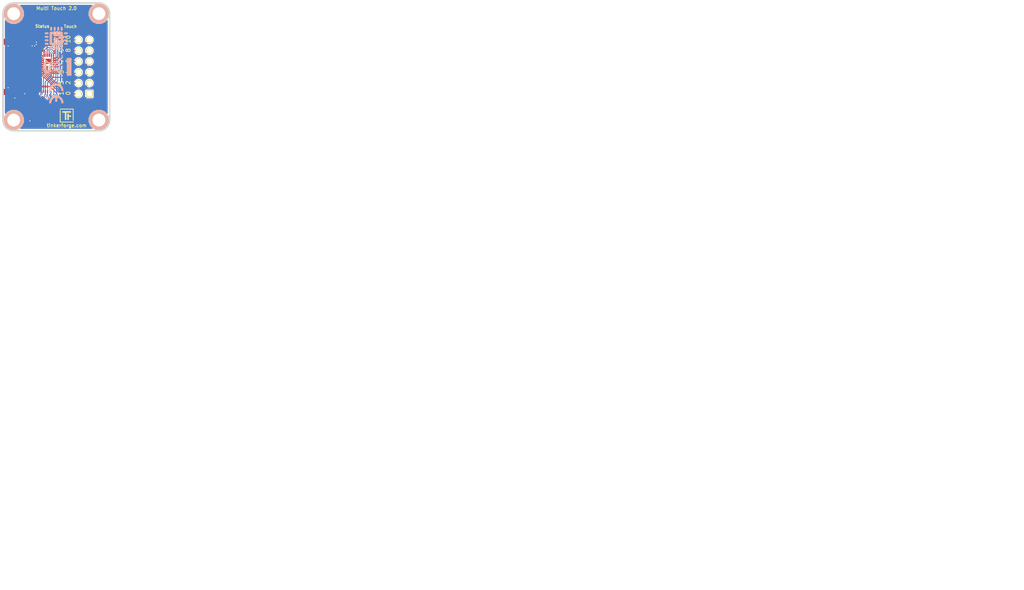
<source format=kicad_pcb>
(kicad_pcb (version 20171130) (host pcbnew 5.0.2-bee76a0~70~ubuntu18.10.1)

  (general
    (thickness 1.6002)
    (drawings 25)
    (tracks 292)
    (zones 0)
    (modules 31)
    (nets 34)
  )

  (page A4)
  (title_block
    (title "Multi Touch Bricklet")
    (date 2018-07-06)
    (rev 2.0)
    (company "Tinkerforge GmbH")
    (comment 1 "Licensed under CERN OHL v.1.1")
    (comment 2 "Copyright (©) 2018, L.Lauer <lukas@tinkerforge.com>")
  )

  (layers
    (0 Vorderseite power)
    (31 Rückseite signal)
    (32 B.Adhes user)
    (33 F.Adhes user)
    (34 B.Paste user)
    (35 F.Paste user)
    (36 B.SilkS user)
    (37 F.SilkS user)
    (38 B.Mask user)
    (39 F.Mask user)
    (40 Dwgs.User user)
    (41 Cmts.User user)
    (42 Eco1.User user)
    (43 Eco2.User user)
    (44 Edge.Cuts user)
    (48 B.Fab user)
    (49 F.Fab user)
  )

  (setup
    (last_trace_width 0.2)
    (user_trace_width 0.15)
    (user_trace_width 0.2)
    (user_trace_width 0.25)
    (user_trace_width 0.3)
    (user_trace_width 0.3)
    (user_trace_width 0.55)
    (user_trace_width 1.00076)
    (user_trace_width 1.50114)
    (trace_clearance 0.15)
    (zone_clearance 0.24892)
    (zone_45_only no)
    (trace_min 0)
    (segment_width 0.381)
    (edge_width 0.381)
    (via_size 0.70104)
    (via_drill 0.24892)
    (via_min_size 0.5)
    (via_min_drill 0.24892)
    (user_via 0.55 0.25)
    (uvia_size 0.70104)
    (uvia_drill 0.24892)
    (uvias_allowed no)
    (uvia_min_size 0.701)
    (uvia_min_drill 0.2489)
    (pcb_text_width 0.3048)
    (pcb_text_size 1.524 2.032)
    (mod_edge_width 0.2)
    (mod_text_size 1.524 1.524)
    (mod_text_width 0.3048)
    (pad_size 1.5 1.5)
    (pad_drill 0.9)
    (pad_to_mask_clearance 0)
    (solder_mask_min_width 0.25)
    (aux_axis_origin 42.9 27.3)
    (grid_origin 42.9 27.3)
    (visible_elements FFFFFFBF)
    (pcbplotparams
      (layerselection 0x010fc_80000001)
      (usegerberextensions true)
      (usegerberattributes false)
      (usegerberadvancedattributes false)
      (creategerberjobfile false)
      (excludeedgelayer true)
      (linewidth 0.150000)
      (plotframeref false)
      (viasonmask false)
      (mode 1)
      (useauxorigin false)
      (hpglpennumber 1)
      (hpglpenspeed 20)
      (hpglpendiameter 15.000000)
      (psnegative false)
      (psa4output false)
      (plotreference false)
      (plotvalue false)
      (plotinvisibletext false)
      (padsonsilk false)
      (subtractmaskfromsilk false)
      (outputformat 1)
      (mirror false)
      (drillshape 0)
      (scaleselection 1)
      (outputdirectory "/tmp/multi/"))
  )

  (net 0 "")
  (net 1 GND)
  (net 2 VCC)
  (net 3 "Net-(P1-Pad4)")
  (net 4 "Net-(P1-Pad5)")
  (net 5 "Net-(P1-Pad6)")
  (net 6 "Net-(P2-Pad1)")
  (net 7 "Net-(R1-Pad1)")
  (net 8 "Net-(C2-Pad1)")
  (net 9 "Net-(D2-Pad2)")
  (net 10 "Net-(P3-Pad2)")
  (net 11 "Net-(P4-Pad1)")
  (net 12 "Net-(P4-Pad2)")
  (net 13 "Net-(P4-Pad3)")
  (net 14 "Net-(P4-Pad4)")
  (net 15 "Net-(P4-Pad5)")
  (net 16 "Net-(P4-Pad6)")
  (net 17 "Net-(P4-Pad7)")
  (net 18 "Net-(P4-Pad8)")
  (net 19 "Net-(P4-Pad9)")
  (net 20 "Net-(P4-Pad10)")
  (net 21 "Net-(P4-Pad11)")
  (net 22 "Net-(P4-Pad12)")
  (net 23 SDA)
  (net 24 SCL)
  (net 25 "Net-(R5-Pad1)")
  (net 26 S-MISO)
  (net 27 S-MOSI)
  (net 28 S-CLK)
  (net 29 S-CS)
  (net 30 INT)
  (net 31 "Net-(D1-Pad2)")
  (net 32 "Net-(C1-Pad1)")
  (net 33 "Net-(R2-Pad1)")

  (net_class Default "Dies ist die voreingestellte Netzklasse."
    (clearance 0.15)
    (trace_width 0.15)
    (via_dia 0.70104)
    (via_drill 0.24892)
    (uvia_dia 0.70104)
    (uvia_drill 0.24892)
    (add_net GND)
    (add_net INT)
    (add_net "Net-(C1-Pad1)")
    (add_net "Net-(C2-Pad1)")
    (add_net "Net-(D1-Pad2)")
    (add_net "Net-(D2-Pad2)")
    (add_net "Net-(P1-Pad4)")
    (add_net "Net-(P1-Pad5)")
    (add_net "Net-(P1-Pad6)")
    (add_net "Net-(P2-Pad1)")
    (add_net "Net-(P3-Pad2)")
    (add_net "Net-(P4-Pad1)")
    (add_net "Net-(P4-Pad10)")
    (add_net "Net-(P4-Pad11)")
    (add_net "Net-(P4-Pad12)")
    (add_net "Net-(P4-Pad2)")
    (add_net "Net-(P4-Pad3)")
    (add_net "Net-(P4-Pad4)")
    (add_net "Net-(P4-Pad5)")
    (add_net "Net-(P4-Pad6)")
    (add_net "Net-(P4-Pad7)")
    (add_net "Net-(P4-Pad8)")
    (add_net "Net-(P4-Pad9)")
    (add_net "Net-(R1-Pad1)")
    (add_net "Net-(R2-Pad1)")
    (add_net "Net-(R5-Pad1)")
    (add_net S-CLK)
    (add_net S-CS)
    (add_net S-MISO)
    (add_net S-MOSI)
    (add_net SCL)
    (add_net SDA)
    (add_net VCC)
  )

  (module kicad-libraries:4X0402 (layer Vorderseite) (tedit 590B1710) (tstamp 5B3C999B)
    (at 52.6 47.5 180)
    (path /5B3CC848)
    (attr smd)
    (fp_text reference RP2 (at -0.025 0.25 180) (layer F.Fab)
      (effects (font (size 0.2 0.2) (thickness 0.05)))
    )
    (fp_text value 10k (at -0.025 -0.45 180) (layer F.Fab)
      (effects (font (size 0.2 0.2) (thickness 0.05)))
    )
    (fp_line (start -1.04902 -0.89916) (end 1.04902 -0.89916) (layer F.Fab) (width 0.001))
    (fp_line (start 1.04902 -0.89916) (end 1.04902 0.89916) (layer F.Fab) (width 0.001))
    (fp_line (start -1.04902 0.89916) (end 1.04902 0.89916) (layer F.Fab) (width 0.001))
    (fp_line (start -1.04902 -0.89916) (end -1.04902 0.89916) (layer F.Fab) (width 0.001))
    (pad 1 smd rect (at -0.7493 0.575) (size 0.29972 0.65) (layers Vorderseite F.Paste F.Mask)
      (net 2 VCC))
    (pad 2 smd rect (at -0.24892 0.575) (size 0.29972 0.65) (layers Vorderseite F.Paste F.Mask)
      (net 2 VCC))
    (pad 3 smd rect (at 0.24892 0.575) (size 0.29972 0.65) (layers Vorderseite F.Paste F.Mask)
      (net 2 VCC))
    (pad 4 smd rect (at 0.7493 0.575) (size 0.29972 0.65) (layers Vorderseite F.Paste F.Mask)
      (net 2 VCC))
    (pad 5 smd rect (at 0.7493 -0.575 180) (size 0.29972 0.65) (layers Vorderseite F.Paste F.Mask)
      (net 30 INT))
    (pad 6 smd rect (at 0.24892 -0.575 180) (size 0.29972 0.65) (layers Vorderseite F.Paste F.Mask))
    (pad 7 smd rect (at -0.24892 -0.575 180) (size 0.29972 0.65) (layers Vorderseite F.Paste F.Mask)
      (net 24 SCL))
    (pad 8 smd rect (at -0.7493 -0.575 180) (size 0.29972 0.65) (layers Vorderseite F.Paste F.Mask)
      (net 23 SDA))
    (model Resistors_SMD/R_4x0402.wrl
      (at (xyz 0 0 0))
      (scale (xyz 1 1 1))
      (rotate (xyz 0 0 90))
    )
  )

  (module kicad-libraries:pin_array_6x2 (layer Vorderseite) (tedit 5B3395E5) (tstamp 5B3C8A06)
    (at 61.9 42.3 90)
    (descr "Double rangee de contacts 2 x 6 pins")
    (tags CONN)
    (path /5B33EA88)
    (fp_text reference P4 (at 0 -0.5 90) (layer F.Fab)
      (effects (font (size 0.3 0.3) (thickness 0.075)))
    )
    (fp_text value CONN_01X12 (at 0.1 1.5 90) (layer F.Fab)
      (effects (font (size 0.3 0.3) (thickness 0.075)))
    )
    (fp_line (start -7.62 -2.54) (end 7.62 -2.54) (layer F.Fab) (width 0.3048))
    (fp_line (start 7.62 -2.54) (end 7.62 2.54) (layer F.Fab) (width 0.3048))
    (fp_line (start 7.62 2.54) (end -7.62 2.54) (layer F.Fab) (width 0.3048))
    (fp_line (start -7.62 2.54) (end -7.62 -2.54) (layer F.Fab) (width 0.3048))
    (pad 1 thru_hole rect (at -6.35 1.27 90) (size 1.524 1.524) (drill 1.016) (layers *.Cu *.Mask F.SilkS)
      (net 11 "Net-(P4-Pad1)"))
    (pad 2 thru_hole circle (at -6.35 -1.27 90) (size 1.524 1.524) (drill 1.016) (layers *.Cu *.Mask F.SilkS)
      (net 12 "Net-(P4-Pad2)"))
    (pad 3 thru_hole circle (at -3.81 1.27 90) (size 1.524 1.524) (drill 1.016) (layers *.Cu *.Mask F.SilkS)
      (net 13 "Net-(P4-Pad3)"))
    (pad 4 thru_hole circle (at -3.81 -1.27 90) (size 1.524 1.524) (drill 1.016) (layers *.Cu *.Mask F.SilkS)
      (net 14 "Net-(P4-Pad4)"))
    (pad 5 thru_hole circle (at -1.27 1.27 90) (size 1.524 1.524) (drill 1.016) (layers *.Cu *.Mask F.SilkS)
      (net 15 "Net-(P4-Pad5)"))
    (pad 6 thru_hole circle (at -1.27 -1.27 90) (size 1.524 1.524) (drill 1.016) (layers *.Cu *.Mask F.SilkS)
      (net 16 "Net-(P4-Pad6)"))
    (pad 7 thru_hole circle (at 1.27 1.27 90) (size 1.524 1.524) (drill 1.016) (layers *.Cu *.Mask F.SilkS)
      (net 17 "Net-(P4-Pad7)"))
    (pad 8 thru_hole circle (at 1.27 -1.27 90) (size 1.524 1.524) (drill 1.016) (layers *.Cu *.Mask F.SilkS)
      (net 18 "Net-(P4-Pad8)"))
    (pad 9 thru_hole circle (at 3.81 1.27 90) (size 1.524 1.524) (drill 1.016) (layers *.Cu *.Mask F.SilkS)
      (net 19 "Net-(P4-Pad9)"))
    (pad 10 thru_hole circle (at 3.81 -1.27 90) (size 1.524 1.524) (drill 1.016) (layers *.Cu *.Mask F.SilkS)
      (net 20 "Net-(P4-Pad10)"))
    (pad 11 thru_hole circle (at 6.35 1.27 90) (size 1.524 1.524) (drill 1.016) (layers *.Cu *.Mask F.SilkS)
      (net 21 "Net-(P4-Pad11)"))
    (pad 12 thru_hole circle (at 6.35 -1.27 90) (size 1.524 1.524) (drill 1.016) (layers *.Cu *.Mask F.SilkS)
      (net 22 "Net-(P4-Pad12)"))
    (model Pin_Header/Pin_Header_Angled_2x6.wrl
      (offset (xyz 0 -1.269999980926514 0))
      (scale (xyz 1 1 1))
      (rotate (xyz 0 0 0))
    )
  )

  (module kicad-libraries:DRILL_NP (layer Vorderseite) (tedit 530C7871) (tstamp 5A2FB66E)
    (at 45.4 29.8)
    (path /4C60509F)
    (fp_text reference U6 (at 0 0) (layer F.SilkS) hide
      (effects (font (size 0.29972 0.29972) (thickness 0.0762)))
    )
    (fp_text value DRILL (at 0 0.50038) (layer F.SilkS) hide
      (effects (font (size 0.29972 0.29972) (thickness 0.0762)))
    )
    (fp_circle (center 0 0) (end 3.2 0) (layer Eco2.User) (width 0.01))
    (fp_circle (center 0 0) (end 2.19964 -0.20066) (layer F.SilkS) (width 0.381))
    (fp_circle (center 0 0) (end 1.99898 -0.20066) (layer F.SilkS) (width 0.381))
    (fp_circle (center 0 0) (end 1.69926 0) (layer F.SilkS) (width 0.381))
    (fp_circle (center 0 0) (end 1.39954 -0.09906) (layer B.SilkS) (width 0.381))
    (fp_circle (center 0 0) (end 1.39954 0) (layer F.SilkS) (width 0.381))
    (fp_circle (center 0 0) (end 1.69926 0) (layer B.SilkS) (width 0.381))
    (fp_circle (center 0 0) (end 1.89992 0) (layer B.SilkS) (width 0.381))
    (fp_circle (center 0 0) (end 2.19964 0) (layer B.SilkS) (width 0.381))
    (pad "" np_thru_hole circle (at 0 0) (size 2.99974 2.99974) (drill 2.99974) (layers *.Cu *.Mask F.SilkS)
      (clearance 0.89916))
  )

  (module kicad-libraries:DRILL_NP (layer Vorderseite) (tedit 530C7871) (tstamp 5A2FB661)
    (at 65.4 54.8)
    (path /4C605099)
    (fp_text reference U5 (at 0 0) (layer F.SilkS) hide
      (effects (font (size 0.29972 0.29972) (thickness 0.0762)))
    )
    (fp_text value DRILL (at 0 0.50038) (layer F.SilkS) hide
      (effects (font (size 0.29972 0.29972) (thickness 0.0762)))
    )
    (fp_circle (center 0 0) (end 3.2 0) (layer Eco2.User) (width 0.01))
    (fp_circle (center 0 0) (end 2.19964 -0.20066) (layer F.SilkS) (width 0.381))
    (fp_circle (center 0 0) (end 1.99898 -0.20066) (layer F.SilkS) (width 0.381))
    (fp_circle (center 0 0) (end 1.69926 0) (layer F.SilkS) (width 0.381))
    (fp_circle (center 0 0) (end 1.39954 -0.09906) (layer B.SilkS) (width 0.381))
    (fp_circle (center 0 0) (end 1.39954 0) (layer F.SilkS) (width 0.381))
    (fp_circle (center 0 0) (end 1.69926 0) (layer B.SilkS) (width 0.381))
    (fp_circle (center 0 0) (end 1.89992 0) (layer B.SilkS) (width 0.381))
    (fp_circle (center 0 0) (end 2.19964 0) (layer B.SilkS) (width 0.381))
    (pad "" np_thru_hole circle (at 0 0) (size 2.99974 2.99974) (drill 2.99974) (layers *.Cu *.Mask F.SilkS)
      (clearance 0.89916))
  )

  (module kicad-libraries:DRILL_NP (layer Vorderseite) (tedit 530C7871) (tstamp 5A2FB654)
    (at 45.4 54.8)
    (path /4C6050A2)
    (fp_text reference U4 (at 0 0) (layer F.SilkS) hide
      (effects (font (size 0.29972 0.29972) (thickness 0.0762)))
    )
    (fp_text value DRILL (at 0 0.50038) (layer F.SilkS) hide
      (effects (font (size 0.29972 0.29972) (thickness 0.0762)))
    )
    (fp_circle (center 0 0) (end 3.2 0) (layer Eco2.User) (width 0.01))
    (fp_circle (center 0 0) (end 2.19964 -0.20066) (layer F.SilkS) (width 0.381))
    (fp_circle (center 0 0) (end 1.99898 -0.20066) (layer F.SilkS) (width 0.381))
    (fp_circle (center 0 0) (end 1.69926 0) (layer F.SilkS) (width 0.381))
    (fp_circle (center 0 0) (end 1.39954 -0.09906) (layer B.SilkS) (width 0.381))
    (fp_circle (center 0 0) (end 1.39954 0) (layer F.SilkS) (width 0.381))
    (fp_circle (center 0 0) (end 1.69926 0) (layer B.SilkS) (width 0.381))
    (fp_circle (center 0 0) (end 1.89992 0) (layer B.SilkS) (width 0.381))
    (fp_circle (center 0 0) (end 2.19964 0) (layer B.SilkS) (width 0.381))
    (pad "" np_thru_hole circle (at 0 0) (size 2.99974 2.99974) (drill 2.99974) (layers *.Cu *.Mask F.SilkS)
      (clearance 0.89916))
  )

  (module kicad-libraries:DRILL_NP (layer Vorderseite) (tedit 530C7871) (tstamp 5A2FB647)
    (at 65.4 29.8)
    (path /4C6050A5)
    (fp_text reference U3 (at 0 0) (layer F.SilkS) hide
      (effects (font (size 0.29972 0.29972) (thickness 0.0762)))
    )
    (fp_text value DRILL (at 0 0.50038) (layer F.SilkS) hide
      (effects (font (size 0.29972 0.29972) (thickness 0.0762)))
    )
    (fp_circle (center 0 0) (end 3.2 0) (layer Eco2.User) (width 0.01))
    (fp_circle (center 0 0) (end 2.19964 -0.20066) (layer F.SilkS) (width 0.381))
    (fp_circle (center 0 0) (end 1.99898 -0.20066) (layer F.SilkS) (width 0.381))
    (fp_circle (center 0 0) (end 1.69926 0) (layer F.SilkS) (width 0.381))
    (fp_circle (center 0 0) (end 1.39954 -0.09906) (layer B.SilkS) (width 0.381))
    (fp_circle (center 0 0) (end 1.39954 0) (layer F.SilkS) (width 0.381))
    (fp_circle (center 0 0) (end 1.69926 0) (layer B.SilkS) (width 0.381))
    (fp_circle (center 0 0) (end 1.89992 0) (layer B.SilkS) (width 0.381))
    (fp_circle (center 0 0) (end 2.19964 0) (layer B.SilkS) (width 0.381))
    (pad "" np_thru_hole circle (at 0 0) (size 2.99974 2.99974) (drill 2.99974) (layers *.Cu *.Mask F.SilkS)
      (clearance 0.89916))
  )

  (module kicad-libraries:C0402F (layer Vorderseite) (tedit 5A0C5AF6) (tstamp 5B3C89BD)
    (at 48 47.5 270)
    (path /5B339A3D)
    (fp_text reference C2 (at 0.1 0.15 270) (layer F.Fab)
      (effects (font (size 0.2 0.2) (thickness 0.05)))
    )
    (fp_text value 220pF (at 0 -0.15 270) (layer F.Fab)
      (effects (font (size 0.2 0.2) (thickness 0.05)))
    )
    (fp_line (start -0.9 -0.45) (end 0.9 -0.45) (layer F.Fab) (width 0.025))
    (fp_line (start 0.9 -0.45) (end 0.9 0.45) (layer F.Fab) (width 0.025))
    (fp_line (start 0.9 0.45) (end -0.9 0.45) (layer F.Fab) (width 0.025))
    (fp_line (start -0.9 0.45) (end -0.9 -0.45) (layer F.Fab) (width 0.025))
    (pad 2 smd rect (at 0.5 0 270) (size 0.6 0.7) (layers Vorderseite F.Paste F.Mask)
      (net 1 GND))
    (pad 1 smd rect (at -0.5 0 270) (size 0.6 0.7) (layers Vorderseite F.Paste F.Mask)
      (net 8 "Net-(C2-Pad1)"))
    (model Capacitors_SMD/C_0402.wrl
      (at (xyz 0 0 0))
      (scale (xyz 1 1 1))
      (rotate (xyz 0 0 0))
    )
  )

  (module kicad-libraries:C0805 (layer Vorderseite) (tedit 58F5DFFC) (tstamp 5B3C89C3)
    (at 48.5 35.9 270)
    (path /5B33958C)
    (attr smd)
    (fp_text reference C3 (at 0 0.3 270) (layer F.Fab)
      (effects (font (size 0.2 0.2) (thickness 0.05)))
    )
    (fp_text value 10uF (at 0 -0.2 270) (layer F.Fab)
      (effects (font (size 0.2 0.2) (thickness 0.05)))
    )
    (fp_line (start -1.651 -0.8001) (end -1.651 0.8001) (layer F.Fab) (width 0.001))
    (fp_line (start -1.651 0.8001) (end 1.651 0.8001) (layer F.Fab) (width 0.001))
    (fp_line (start 1.651 0.8001) (end 1.651 -0.8001) (layer F.Fab) (width 0.001))
    (fp_line (start 1.651 -0.8001) (end -1.651 -0.8001) (layer F.Fab) (width 0.001))
    (pad 1 smd rect (at -1.00076 0 270) (size 1.00076 1.24968) (layers Vorderseite F.Paste F.Mask)
      (net 2 VCC) (clearance 0.14986))
    (pad 2 smd rect (at 1.00076 0 270) (size 1.00076 1.24968) (layers Vorderseite F.Paste F.Mask)
      (net 1 GND) (clearance 0.14986))
    (model Capacitors_SMD/C_0805.wrl
      (at (xyz 0 0 0))
      (scale (xyz 1 1 1))
      (rotate (xyz 0 0 0))
    )
  )

  (module kicad-libraries:C0603F (layer Vorderseite) (tedit 58F5DD02) (tstamp 5B3C89C9)
    (at 50 35.9 270)
    (path /5B339883)
    (attr smd)
    (fp_text reference C4 (at 0.05 0.225 270) (layer F.Fab)
      (effects (font (size 0.2 0.2) (thickness 0.05)))
    )
    (fp_text value 1uF (at 0.05 -0.375 270) (layer F.Fab)
      (effects (font (size 0.2 0.2) (thickness 0.05)))
    )
    (fp_line (start -1.45034 -0.65024) (end 1.45034 -0.65024) (layer F.Fab) (width 0.001))
    (fp_line (start 1.45034 -0.65024) (end 1.45034 0.65024) (layer F.Fab) (width 0.001))
    (fp_line (start 1.45034 0.65024) (end -1.45034 0.65024) (layer F.Fab) (width 0.001))
    (fp_line (start -1.45034 0.65024) (end -1.45034 -0.65024) (layer F.Fab) (width 0.001))
    (pad 1 smd rect (at -0.75 0 270) (size 0.9 0.9) (layers Vorderseite F.Paste F.Mask)
      (net 2 VCC))
    (pad 2 smd rect (at 0.75 0 270) (size 0.9 0.9) (layers Vorderseite F.Paste F.Mask)
      (net 1 GND))
    (model Capacitors_SMD/C_0603.wrl
      (at (xyz 0 0 0))
      (scale (xyz 1 1 1))
      (rotate (xyz 0 0 0))
    )
  )

  (module kicad-libraries:C0603F (layer Vorderseite) (tedit 58F5DD02) (tstamp 5B3C89CF)
    (at 50.7 55 180)
    (path /5B33CA2C)
    (attr smd)
    (fp_text reference C5 (at 0.05 0.225 180) (layer F.Fab)
      (effects (font (size 0.2 0.2) (thickness 0.05)))
    )
    (fp_text value 100nF (at 0.05 -0.375 180) (layer F.Fab)
      (effects (font (size 0.2 0.2) (thickness 0.05)))
    )
    (fp_line (start -1.45034 -0.65024) (end 1.45034 -0.65024) (layer F.Fab) (width 0.001))
    (fp_line (start 1.45034 -0.65024) (end 1.45034 0.65024) (layer F.Fab) (width 0.001))
    (fp_line (start 1.45034 0.65024) (end -1.45034 0.65024) (layer F.Fab) (width 0.001))
    (fp_line (start -1.45034 0.65024) (end -1.45034 -0.65024) (layer F.Fab) (width 0.001))
    (pad 1 smd rect (at -0.75 0 180) (size 0.9 0.9) (layers Vorderseite F.Paste F.Mask)
      (net 2 VCC))
    (pad 2 smd rect (at 0.75 0 180) (size 0.9 0.9) (layers Vorderseite F.Paste F.Mask)
      (net 1 GND))
    (model Capacitors_SMD/C_0603.wrl
      (at (xyz 0 0 0))
      (scale (xyz 1 1 1))
      (rotate (xyz 0 0 0))
    )
  )

  (module kicad-libraries:C0603F (layer Vorderseite) (tedit 58F5DD02) (tstamp 5C866888)
    (at 54 36.8)
    (path /5B33D9B0)
    (attr smd)
    (fp_text reference C6 (at 0 0.3) (layer F.Fab)
      (effects (font (size 0.2 0.2) (thickness 0.05)))
    )
    (fp_text value 100nF (at 0.05 -0.375) (layer F.Fab)
      (effects (font (size 0.2 0.2) (thickness 0.05)))
    )
    (fp_line (start -1.45034 -0.65024) (end 1.45034 -0.65024) (layer F.Fab) (width 0.001))
    (fp_line (start 1.45034 -0.65024) (end 1.45034 0.65024) (layer F.Fab) (width 0.001))
    (fp_line (start 1.45034 0.65024) (end -1.45034 0.65024) (layer F.Fab) (width 0.001))
    (fp_line (start -1.45034 0.65024) (end -1.45034 -0.65024) (layer F.Fab) (width 0.001))
    (pad 1 smd rect (at -0.75 0) (size 0.9 0.9) (layers Vorderseite F.Paste F.Mask)
      (net 1 GND))
    (pad 2 smd rect (at 0.75 0) (size 0.9 0.9) (layers Vorderseite F.Paste F.Mask)
      (net 2 VCC))
    (model Capacitors_SMD/C_0603.wrl
      (at (xyz 0 0 0))
      (scale (xyz 1 1 1))
      (rotate (xyz 0 0 0))
    )
  )

  (module kicad-libraries:D0603F (layer Vorderseite) (tedit 5910237C) (tstamp 5B3C89DB)
    (at 52.1 31.6 180)
    (path /5B340007)
    (attr smd)
    (fp_text reference D2 (at -0.775 0.45 180) (layer F.Fab)
      (effects (font (size 0.2 0.2) (thickness 0.05)))
    )
    (fp_text value blue (at 0.75 0.45 180) (layer F.Fab)
      (effects (font (size 0.2 0.2) (thickness 0.05)))
    )
    (fp_line (start -0.75 -0.3) (end -0.75 0.3) (layer F.Fab) (width 0.05))
    (fp_line (start -1.05 0) (end -0.45 0) (layer F.Fab) (width 0.05))
    (fp_line (start 0.45 0) (end 1.05 0) (layer F.Fab) (width 0.05))
    (fp_line (start 0 -0.3) (end 0 0.3) (layer F.Fab) (width 0.05))
    (fp_line (start -0.3 -0.3) (end -0.3 0.3) (layer F.Fab) (width 0.05))
    (fp_line (start -0.3 0.3) (end 0 0) (layer F.Fab) (width 0.05))
    (fp_line (start 0 0) (end -0.3 -0.3) (layer F.Fab) (width 0.05))
    (fp_line (start -1.45034 -0.65024) (end 1.45034 -0.65024) (layer F.Fab) (width 0.001))
    (fp_line (start 1.45034 -0.65024) (end 1.45034 0.65024) (layer F.Fab) (width 0.001))
    (fp_line (start 1.45034 0.65024) (end -1.45034 0.65024) (layer F.Fab) (width 0.001))
    (fp_line (start -1.45034 0.65024) (end -1.45034 -0.65024) (layer F.Fab) (width 0.001))
    (pad 1 smd rect (at -0.75 0 180) (size 0.9 0.9) (layers Vorderseite F.Paste F.Mask)
      (net 2 VCC))
    (pad 2 smd rect (at 0.75 0 180) (size 0.9 0.9) (layers Vorderseite F.Paste F.Mask)
      (net 9 "Net-(D2-Pad2)"))
    (model LED_SMD/D_0603_blue.wrl
      (at (xyz 0 0 0))
      (scale (xyz 1 1 1))
      (rotate (xyz -90 0 0))
    )
  )

  (module kicad-libraries:CON-SENSOR2 (layer Vorderseite) (tedit 59030BED) (tstamp 5B3C89E8)
    (at 42.9 42.3 270)
    (path /5B338B7F)
    (fp_text reference P1 (at 0 -2.85 270) (layer F.Fab)
      (effects (font (size 0.3 0.3) (thickness 0.075)))
    )
    (fp_text value CON-SENSOR2 (at 0 -1.6002 270) (layer F.Fab)
      (effects (font (size 0.29972 0.29972) (thickness 0.07112)))
    )
    (fp_line (start -5 -0.25) (end -4.75 -0.75) (layer F.Fab) (width 0.05))
    (fp_line (start -4.75 -0.75) (end -4.5 -0.25) (layer F.Fab) (width 0.05))
    (fp_line (start -6 -0.25) (end 6 -0.25) (layer F.Fab) (width 0.05))
    (fp_line (start 6 -0.25) (end 6 -4.3) (layer F.Fab) (width 0.05))
    (fp_line (start 6 -4.3) (end -6 -4.3) (layer F.Fab) (width 0.05))
    (fp_line (start -6 -4.3) (end -6 -0.25) (layer F.Fab) (width 0.05))
    (pad 1 smd rect (at -3.75 -4.6 270) (size 0.6 1.8) (layers Vorderseite F.Paste F.Mask))
    (pad 2 smd rect (at -2.5 -4.6 270) (size 0.6 1.8) (layers Vorderseite F.Paste F.Mask)
      (net 1 GND))
    (pad EP smd rect (at -5.9 -1.2 270) (size 1.4 2.4) (layers Vorderseite F.Paste F.Mask)
      (net 1 GND))
    (pad EP smd rect (at 5.9 -1.2 270) (size 1.4 2.4) (layers Vorderseite F.Paste F.Mask)
      (net 1 GND))
    (pad 3 smd rect (at -1.25 -4.6 270) (size 0.6 1.8) (layers Vorderseite F.Paste F.Mask)
      (net 2 VCC))
    (pad 4 smd rect (at 0 -4.6 270) (size 0.6 1.8) (layers Vorderseite F.Paste F.Mask)
      (net 3 "Net-(P1-Pad4)"))
    (pad 5 smd rect (at 1.25 -4.6 270) (size 0.6 1.8) (layers Vorderseite F.Paste F.Mask)
      (net 4 "Net-(P1-Pad5)"))
    (pad 6 smd rect (at 2.5 -4.6 270) (size 0.6 1.8) (layers Vorderseite F.Paste F.Mask)
      (net 5 "Net-(P1-Pad6)"))
    (pad 7 smd rect (at 3.75 -4.6 270) (size 0.6 1.8) (layers Vorderseite F.Paste F.Mask)
      (net 8 "Net-(C2-Pad1)"))
    (model Connectors_TF/BrickletConn_7pin.wrl
      (offset (xyz 0 2.539999961853027 0))
      (scale (xyz 1 1 1))
      (rotate (xyz 0 0 0))
    )
  )

  (module kicad-libraries:DEBUG_PAD (layer Vorderseite) (tedit 590B3FBE) (tstamp 5B3C89ED)
    (at 54.05 51.95)
    (path /5B33F3D8)
    (fp_text reference P2 (at 0 0.175) (layer F.Fab)
      (effects (font (size 0.15 0.15) (thickness 0.0375)))
    )
    (fp_text value DEBUG (at 0 -0.15) (layer F.Fab)
      (effects (font (size 0.15 0.15) (thickness 0.0375)))
    )
    (pad 1 smd circle (at 0 0) (size 0.7 0.7) (layers Vorderseite F.Paste F.Mask)
      (net 6 "Net-(P2-Pad1)"))
  )

  (module kicad-libraries:SolderJumper (layer Vorderseite) (tedit 590B2DE4) (tstamp 5B3C89F6)
    (at 45.9 50.6)
    (path /5B3402B9)
    (fp_text reference P3 (at 0 0.35) (layer F.Fab)
      (effects (font (size 0.3 0.3) (thickness 0.0712)))
    )
    (fp_text value BOOT (at 0 -0.35) (layer F.Fab)
      (effects (font (size 0.3 0.3) (thickness 0.0712)))
    )
    (pad 2 smd rect (at 0.55 0) (size 0.3 1.4) (layers Vorderseite F.Mask)
      (net 10 "Net-(P3-Pad2)"))
    (pad 2 smd rect (at 0.15 0) (size 0.6 0.5) (layers Vorderseite F.Mask)
      (net 10 "Net-(P3-Pad2)"))
    (pad 1 smd rect (at -0.5 0) (size 0.4 1.4) (layers Vorderseite F.Mask)
      (net 1 GND))
    (pad 1 smd rect (at -0.225 0.55) (size 0.95 0.3) (layers Vorderseite F.Mask)
      (net 1 GND))
    (pad 1 smd rect (at -0.225 -0.55) (size 0.95 0.3) (layers Vorderseite F.Mask)
      (net 1 GND))
  )

  (module kicad-libraries:R0603F (layer Vorderseite) (tedit 58F5DD02) (tstamp 5B3C8A18)
    (at 52.1 30.2 180)
    (path /5B33FE88)
    (attr smd)
    (fp_text reference R5 (at 0.05 0.225 180) (layer F.Fab)
      (effects (font (size 0.2 0.2) (thickness 0.05)))
    )
    (fp_text value 1k (at 0.05 -0.375 180) (layer F.Fab)
      (effects (font (size 0.2 0.2) (thickness 0.05)))
    )
    (fp_line (start -1.45034 -0.65024) (end 1.45034 -0.65024) (layer F.Fab) (width 0.001))
    (fp_line (start 1.45034 -0.65024) (end 1.45034 0.65024) (layer F.Fab) (width 0.001))
    (fp_line (start 1.45034 0.65024) (end -1.45034 0.65024) (layer F.Fab) (width 0.001))
    (fp_line (start -1.45034 0.65024) (end -1.45034 -0.65024) (layer F.Fab) (width 0.001))
    (pad 1 smd rect (at -0.75 0 180) (size 0.9 0.9) (layers Vorderseite F.Paste F.Mask)
      (net 25 "Net-(R5-Pad1)"))
    (pad 2 smd rect (at 0.75 0 180) (size 0.9 0.9) (layers Vorderseite F.Paste F.Mask)
      (net 9 "Net-(D2-Pad2)"))
    (model Resistors_SMD/R_0603.wrl
      (at (xyz 0 0 0))
      (scale (xyz 1 1 1))
      (rotate (xyz 0 0 0))
    )
  )

  (module kicad-libraries:4X0402 (layer Vorderseite) (tedit 590B1710) (tstamp 5B3C8A24)
    (at 49.7 47.5 180)
    (path /5B338E5D)
    (attr smd)
    (fp_text reference RP1 (at -0.025 0.25 180) (layer F.Fab)
      (effects (font (size 0.2 0.2) (thickness 0.05)))
    )
    (fp_text value 82 (at -0.025 -0.45 180) (layer F.Fab)
      (effects (font (size 0.2 0.2) (thickness 0.05)))
    )
    (fp_line (start -1.04902 -0.89916) (end 1.04902 -0.89916) (layer F.Fab) (width 0.001))
    (fp_line (start 1.04902 -0.89916) (end 1.04902 0.89916) (layer F.Fab) (width 0.001))
    (fp_line (start -1.04902 0.89916) (end 1.04902 0.89916) (layer F.Fab) (width 0.001))
    (fp_line (start -1.04902 -0.89916) (end -1.04902 0.89916) (layer F.Fab) (width 0.001))
    (pad 1 smd rect (at -0.7493 0.575) (size 0.29972 0.65) (layers Vorderseite F.Paste F.Mask)
      (net 3 "Net-(P1-Pad4)"))
    (pad 2 smd rect (at -0.24892 0.575) (size 0.29972 0.65) (layers Vorderseite F.Paste F.Mask)
      (net 4 "Net-(P1-Pad5)"))
    (pad 3 smd rect (at 0.24892 0.575) (size 0.29972 0.65) (layers Vorderseite F.Paste F.Mask)
      (net 5 "Net-(P1-Pad6)"))
    (pad 4 smd rect (at 0.7493 0.575) (size 0.29972 0.65) (layers Vorderseite F.Paste F.Mask)
      (net 8 "Net-(C2-Pad1)"))
    (pad 5 smd rect (at 0.7493 -0.575 180) (size 0.29972 0.65) (layers Vorderseite F.Paste F.Mask)
      (net 26 S-MISO))
    (pad 6 smd rect (at 0.24892 -0.575 180) (size 0.29972 0.65) (layers Vorderseite F.Paste F.Mask)
      (net 27 S-MOSI))
    (pad 7 smd rect (at -0.24892 -0.575 180) (size 0.29972 0.65) (layers Vorderseite F.Paste F.Mask)
      (net 28 S-CLK))
    (pad 8 smd rect (at -0.7493 -0.575 180) (size 0.29972 0.65) (layers Vorderseite F.Paste F.Mask)
      (net 29 S-CS))
    (model Resistors_SMD/R_4x0402.wrl
      (at (xyz 0 0 0))
      (scale (xyz 1 1 1))
      (rotate (xyz 0 0 90))
    )
  )

  (module kicad-libraries:QFN24-4x4mm-0.5mm (layer Vorderseite) (tedit 590CA070) (tstamp 5B3C8A44)
    (at 50.7 51.7)
    (tags "QFN 24pin 0.5")
    (path /5B33BBA2)
    (attr smd)
    (fp_text reference U2 (at 0 -0.4) (layer F.Fab)
      (effects (font (size 0.3 0.3) (thickness 0.075)))
    )
    (fp_text value XMC1100 (at 0 0.8) (layer F.Fab)
      (effects (font (size 0.3 0.3) (thickness 0.075)))
    )
    (fp_line (start -1 -2) (end 2 -2) (layer F.Fab) (width 0.15))
    (fp_line (start 2 -2) (end 2 2) (layer F.Fab) (width 0.15))
    (fp_line (start 2 2) (end -2 2) (layer F.Fab) (width 0.15))
    (fp_line (start -2 2) (end -2 -1) (layer F.Fab) (width 0.15))
    (fp_line (start -2 -1) (end -1 -2) (layer F.Fab) (width 0.15))
    (pad 1 smd oval (at -2.025 -1.25) (size 1 0.3) (layers Vorderseite F.Paste F.Mask)
      (net 26 S-MISO))
    (pad 2 smd oval (at -2.025 -0.75) (size 1 0.3) (layers Vorderseite F.Paste F.Mask))
    (pad 3 smd oval (at -2.025 -0.25) (size 1 0.3) (layers Vorderseite F.Paste F.Mask))
    (pad 4 smd oval (at -2.025 0.25) (size 1 0.3) (layers Vorderseite F.Paste F.Mask)
      (net 10 "Net-(P3-Pad2)"))
    (pad 5 smd oval (at -2.025 0.75) (size 1 0.3) (layers Vorderseite F.Paste F.Mask))
    (pad 6 smd oval (at -2.025 1.25) (size 1 0.3) (layers Vorderseite F.Paste F.Mask))
    (pad 7 smd oval (at -1.25 2.025 90) (size 1 0.3) (layers Vorderseite F.Paste F.Mask))
    (pad 8 smd oval (at -0.75 2.025 90) (size 1 0.3) (layers Vorderseite F.Paste F.Mask))
    (pad 9 smd oval (at -0.25 2.025 90) (size 1 0.3) (layers Vorderseite F.Paste F.Mask)
      (net 1 GND))
    (pad 10 smd oval (at 0.25 2.025 90) (size 1 0.3) (layers Vorderseite F.Paste F.Mask)
      (net 2 VCC))
    (pad 11 smd oval (at 0.75 2.025 90) (size 1 0.3) (layers Vorderseite F.Paste F.Mask))
    (pad 12 smd oval (at 1.25 2.025 90) (size 1 0.3) (layers Vorderseite F.Paste F.Mask))
    (pad 13 smd oval (at 2.025 1.25) (size 1 0.3) (layers Vorderseite F.Paste F.Mask))
    (pad 14 smd oval (at 2.025 0.75) (size 1 0.3) (layers Vorderseite F.Paste F.Mask)
      (net 7 "Net-(R1-Pad1)"))
    (pad 15 smd oval (at 2.025 0.25) (size 1 0.3) (layers Vorderseite F.Paste F.Mask)
      (net 6 "Net-(P2-Pad1)"))
    (pad 16 smd oval (at 2.025 -0.25) (size 1 0.3) (layers Vorderseite F.Paste F.Mask)
      (net 25 "Net-(R5-Pad1)"))
    (pad 17 smd oval (at 2.025 -0.75) (size 1 0.3) (layers Vorderseite F.Paste F.Mask)
      (net 23 SDA))
    (pad 18 smd oval (at 2.025 -1.25) (size 1 0.3) (layers Vorderseite F.Paste F.Mask))
    (pad 19 smd oval (at 1.25 -2.025 90) (size 1 0.3) (layers Vorderseite F.Paste F.Mask)
      (net 24 SCL))
    (pad 20 smd oval (at 0.75 -2.025 90) (size 1 0.3) (layers Vorderseite F.Paste F.Mask)
      (net 30 INT))
    (pad 21 smd oval (at 0.25 -2.025 90) (size 1 0.3) (layers Vorderseite F.Paste F.Mask))
    (pad 22 smd oval (at -0.25 -2.025 90) (size 1 0.3) (layers Vorderseite F.Paste F.Mask)
      (net 29 S-CS))
    (pad 23 smd oval (at -0.75 -2.025 90) (size 1 0.3) (layers Vorderseite F.Paste F.Mask)
      (net 28 S-CLK))
    (pad 24 smd oval (at -1.25 -2.025 90) (size 1 0.3) (layers Vorderseite F.Paste F.Mask)
      (net 27 S-MOSI))
    (pad EXP smd rect (at 0.65 0.65) (size 1.3 1.3) (layers Vorderseite F.Paste F.Mask)
      (net 1 GND) (solder_paste_margin_ratio -0.2))
    (pad EXP smd rect (at 0.65 -0.65) (size 1.3 1.3) (layers Vorderseite F.Paste F.Mask)
      (net 1 GND) (solder_paste_margin_ratio -0.2))
    (pad EXP smd rect (at -0.65 0.65) (size 1.3 1.3) (layers Vorderseite F.Paste F.Mask)
      (net 1 GND) (solder_paste_margin_ratio -0.2))
    (pad EXP smd rect (at -0.65 -0.65) (size 1.3 1.3) (layers Vorderseite F.Paste F.Mask)
      (net 1 GND) (solder_paste_margin_ratio -0.2))
    (model Housings_DFN_QFN/QFN-24_4x4mm_Pitch0.5mm.wrl
      (at (xyz 0 0 0))
      (scale (xyz 1 1 1))
      (rotate (xyz 90 180 180))
    )
  )

  (module kicad-libraries:D0603F (layer Vorderseite) (tedit 5910237C) (tstamp 5B3CA318)
    (at 58.7 31.6)
    (path /5B3D11AB)
    (attr smd)
    (fp_text reference D1 (at -0.775 0.45) (layer F.Fab)
      (effects (font (size 0.2 0.2) (thickness 0.05)))
    )
    (fp_text value blue (at 0.75 0.45) (layer F.Fab)
      (effects (font (size 0.2 0.2) (thickness 0.05)))
    )
    (fp_line (start -0.75 -0.3) (end -0.75 0.3) (layer F.Fab) (width 0.05))
    (fp_line (start -1.05 0) (end -0.45 0) (layer F.Fab) (width 0.05))
    (fp_line (start 0.45 0) (end 1.05 0) (layer F.Fab) (width 0.05))
    (fp_line (start 0 -0.3) (end 0 0.3) (layer F.Fab) (width 0.05))
    (fp_line (start -0.3 -0.3) (end -0.3 0.3) (layer F.Fab) (width 0.05))
    (fp_line (start -0.3 0.3) (end 0 0) (layer F.Fab) (width 0.05))
    (fp_line (start 0 0) (end -0.3 -0.3) (layer F.Fab) (width 0.05))
    (fp_line (start -1.45034 -0.65024) (end 1.45034 -0.65024) (layer F.Fab) (width 0.001))
    (fp_line (start 1.45034 -0.65024) (end 1.45034 0.65024) (layer F.Fab) (width 0.001))
    (fp_line (start 1.45034 0.65024) (end -1.45034 0.65024) (layer F.Fab) (width 0.001))
    (fp_line (start -1.45034 0.65024) (end -1.45034 -0.65024) (layer F.Fab) (width 0.001))
    (pad 1 smd rect (at -0.75 0) (size 0.9 0.9) (layers Vorderseite F.Paste F.Mask)
      (net 2 VCC))
    (pad 2 smd rect (at 0.75 0) (size 0.9 0.9) (layers Vorderseite F.Paste F.Mask)
      (net 31 "Net-(D1-Pad2)"))
    (model LED_SMD/D_0603_blue.wrl
      (at (xyz 0 0 0))
      (scale (xyz 1 1 1))
      (rotate (xyz -90 0 0))
    )
  )

  (module kicad-libraries:R0603F (layer Vorderseite) (tedit 58F5DD02) (tstamp 5B3CA31E)
    (at 58.7 30.2)
    (path /5B3D115F)
    (attr smd)
    (fp_text reference R1 (at 0.05 0.225) (layer F.Fab)
      (effects (font (size 0.2 0.2) (thickness 0.05)))
    )
    (fp_text value 1k (at 0.05 -0.375) (layer F.Fab)
      (effects (font (size 0.2 0.2) (thickness 0.05)))
    )
    (fp_line (start -1.45034 -0.65024) (end 1.45034 -0.65024) (layer F.Fab) (width 0.001))
    (fp_line (start 1.45034 -0.65024) (end 1.45034 0.65024) (layer F.Fab) (width 0.001))
    (fp_line (start 1.45034 0.65024) (end -1.45034 0.65024) (layer F.Fab) (width 0.001))
    (fp_line (start -1.45034 0.65024) (end -1.45034 -0.65024) (layer F.Fab) (width 0.001))
    (pad 1 smd rect (at -0.75 0) (size 0.9 0.9) (layers Vorderseite F.Paste F.Mask)
      (net 7 "Net-(R1-Pad1)"))
    (pad 2 smd rect (at 0.75 0) (size 0.9 0.9) (layers Vorderseite F.Paste F.Mask)
      (net 31 "Net-(D1-Pad2)"))
    (model Resistors_SMD/R_0603.wrl
      (at (xyz 0 0 0))
      (scale (xyz 1 1 1))
      (rotate (xyz 0 0 0))
    )
  )

  (module tinkerforge:C0603F (layer Vorderseite) (tedit 58F5DD02) (tstamp 5C86625E)
    (at 51.8 37.6 90)
    (path /5C88E67D)
    (attr smd)
    (fp_text reference C1 (at 0.05 0.225 90) (layer F.Fab)
      (effects (font (size 0.2 0.2) (thickness 0.05)))
    )
    (fp_text value 100nF (at 0.05 -0.375 90) (layer F.Fab)
      (effects (font (size 0.2 0.2) (thickness 0.05)))
    )
    (fp_line (start -1.45034 -0.65024) (end 1.45034 -0.65024) (layer F.Fab) (width 0.001))
    (fp_line (start 1.45034 -0.65024) (end 1.45034 0.65024) (layer F.Fab) (width 0.001))
    (fp_line (start 1.45034 0.65024) (end -1.45034 0.65024) (layer F.Fab) (width 0.001))
    (fp_line (start -1.45034 0.65024) (end -1.45034 -0.65024) (layer F.Fab) (width 0.001))
    (pad 1 smd rect (at -0.75 0 90) (size 0.9 0.9) (layers Vorderseite F.Paste F.Mask)
      (net 32 "Net-(C1-Pad1)"))
    (pad 2 smd rect (at 0.75 0 90) (size 0.9 0.9) (layers Vorderseite F.Paste F.Mask)
      (net 1 GND))
    (model Capacitors_SMD/C_0603.wrl
      (at (xyz 0 0 0))
      (scale (xyz 1 1 1))
      (rotate (xyz 0 0 0))
    )
  )

  (module tinkerforge:R0603F (layer Vorderseite) (tedit 58F5DD02) (tstamp 5C86628C)
    (at 49.9 39.5 90)
    (path /5C87B097)
    (attr smd)
    (fp_text reference R2 (at 0.05 0.225 90) (layer F.Fab)
      (effects (font (size 0.2 0.2) (thickness 0.05)))
    )
    (fp_text value 75k (at 0.05 -0.375 90) (layer F.Fab)
      (effects (font (size 0.2 0.2) (thickness 0.05)))
    )
    (fp_line (start -1.45034 -0.65024) (end 1.45034 -0.65024) (layer F.Fab) (width 0.001))
    (fp_line (start 1.45034 -0.65024) (end 1.45034 0.65024) (layer F.Fab) (width 0.001))
    (fp_line (start 1.45034 0.65024) (end -1.45034 0.65024) (layer F.Fab) (width 0.001))
    (fp_line (start -1.45034 0.65024) (end -1.45034 -0.65024) (layer F.Fab) (width 0.001))
    (pad 1 smd rect (at -0.75 0 90) (size 0.9 0.9) (layers Vorderseite F.Paste F.Mask)
      (net 33 "Net-(R2-Pad1)"))
    (pad 2 smd rect (at 0.75 0 90) (size 0.9 0.9) (layers Vorderseite F.Paste F.Mask)
      (net 1 GND))
    (model Resistors_SMD/R_0603.wrl
      (at (xyz 0 0 0))
      (scale (xyz 1 1 1))
      (rotate (xyz 0 0 0))
    )
  )

  (module tinkerforge:QFN-20-3x3 (layer Vorderseite) (tedit 5B3C8E29) (tstamp 5C8662E5)
    (at 53.5 41 270)
    (path /5C867B23)
    (fp_text reference U1 (at 0.1 0.84 270) (layer F.Fab)
      (effects (font (size 0.3 0.3) (thickness 0.075)))
    )
    (fp_text value MPR121Q (at 0.02 -0.74 270) (layer F.Fab)
      (effects (font (size 0.3 0.3) (thickness 0.075)))
    )
    (fp_line (start -1.02 -1.5) (end -1.02 -1.03) (layer F.Fab) (width 0.1))
    (fp_line (start -1.02 -1.03) (end -1.02 -1.02) (layer F.Fab) (width 0.1))
    (fp_line (start -1.02 -1.02) (end -1.5 -1.02) (layer F.Fab) (width 0.1))
    (fp_line (start -1.5 1.5) (end 1.5 1.5) (layer F.Fab) (width 0.1))
    (fp_line (start -1.5 -1.5) (end 1.5 -1.5) (layer F.Fab) (width 0.1))
    (fp_line (start 1.5 -1.5) (end 1.5 1.5) (layer F.Fab) (width 0.1))
    (fp_line (start -1.5 -1.5) (end -1.5 1.5) (layer F.Fab) (width 0.1))
    (pad 7 smd rect (at -0.75 1.4 270) (size 0.3 0.7) (layers Vorderseite F.Paste F.Mask)
      (net 33 "Net-(R2-Pad1)"))
    (pad 8 smd rect (at -0.25 1.4 270) (size 0.3 0.7) (layers Vorderseite F.Paste F.Mask)
      (net 11 "Net-(P4-Pad1)"))
    (pad 9 smd rect (at 0.25 1.4 270) (size 0.3 0.7) (layers Vorderseite F.Paste F.Mask)
      (net 12 "Net-(P4-Pad2)"))
    (pad 10 smd rect (at 0.75 1.4 270) (size 0.3 0.7) (layers Vorderseite F.Paste F.Mask)
      (net 13 "Net-(P4-Pad3)"))
    (pad 20 smd rect (at -0.75 -1.4 270) (size 0.3 0.7) (layers Vorderseite F.Paste F.Mask)
      (net 2 VCC))
    (pad 19 smd rect (at -0.25 -1.4 270) (size 0.3 0.7) (layers Vorderseite F.Paste F.Mask)
      (net 22 "Net-(P4-Pad12)"))
    (pad 18 smd rect (at 0.25 -1.4 270) (size 0.3 0.7) (layers Vorderseite F.Paste F.Mask)
      (net 21 "Net-(P4-Pad11)"))
    (pad 17 smd rect (at 0.75 -1.4 270) (size 0.3 0.7) (layers Vorderseite F.Paste F.Mask)
      (net 20 "Net-(P4-Pad10)"))
    (pad 14 smd rect (at 1.4 -0.25 270) (size 0.7 0.3) (layers Vorderseite F.Paste F.Mask)
      (net 17 "Net-(P4-Pad7)"))
    (pad 15 smd rect (at 1.4 -0.75 270) (size 0.7 0.3) (layers Vorderseite F.Paste F.Mask)
      (net 18 "Net-(P4-Pad8)"))
    (pad 13 smd rect (at 1.4 0.25 270) (size 0.7 0.3) (layers Vorderseite F.Paste F.Mask)
      (net 16 "Net-(P4-Pad6)"))
    (pad 12 smd rect (at 1.4 0.75 270) (size 0.7 0.3) (layers Vorderseite F.Paste F.Mask)
      (net 15 "Net-(P4-Pad5)"))
    (pad 2 smd rect (at -1.4 -0.75 270) (size 0.7 0.3) (layers Vorderseite F.Paste F.Mask)
      (net 24 SCL))
    (pad 3 smd rect (at -1.4 -0.25 270) (size 0.7 0.3) (layers Vorderseite F.Paste F.Mask)
      (net 23 SDA))
    (pad 4 smd rect (at -1.4 0.25 270) (size 0.7 0.3) (layers Vorderseite F.Paste F.Mask)
      (net 1 GND))
    (pad 5 smd rect (at -1.4 0.75 270) (size 0.7 0.3) (layers Vorderseite F.Paste F.Mask)
      (net 32 "Net-(C1-Pad1)"))
    (pad 16 smd rect (at 1.26 -1.26 270) (size 0.34 0.34) (layers Vorderseite F.Paste F.Mask)
      (net 19 "Net-(P4-Pad9)"))
    (pad 1 smd rect (at -1.26 -1.26 270) (size 0.34 0.34) (layers Vorderseite F.Paste F.Mask)
      (net 30 INT))
    (pad 6 smd rect (at -1.26 1.26 270) (size 0.34 0.34) (layers Vorderseite F.Paste F.Mask)
      (net 1 GND))
    (pad 11 smd rect (at 1.26 1.26 270) (size 0.34 0.34) (layers Vorderseite F.Paste F.Mask)
      (net 14 "Net-(P4-Pad4)"))
    (pad EP smd rect (at 0 0 270) (size 1.2 1.2) (layers Vorderseite F.Paste F.Mask))
    (model Housings_DFN_QFN/LGA-16_3x3mm_Pitch0.5mm.wrl
      (at (xyz 0 0 0))
      (scale (xyz 1 1 1))
      (rotate (xyz 0 0 0))
    )
  )

  (module tinkerforge:Logo_31x31 (layer Vorderseite) (tedit 0) (tstamp 5C90C378)
    (at 57.85 53.75)
    (fp_text reference G*** (at -0.1 -0.05) (layer F.SilkS) hide
      (effects (font (size 1.524 1.524) (thickness 0.3)))
    )
    (fp_text value LOGO (at 0.75 0) (layer F.SilkS) hide
      (effects (font (size 1.524 1.524) (thickness 0.3)))
    )
    (fp_poly (pts (xy 0.483809 -0.030238) (xy 1.016 -0.030238) (xy 1.016 0.27819) (xy 0.483809 0.27819)
      (xy 0.483809 1.016) (xy 0.145142 1.016) (xy 0.145142 -0.459619) (xy 0.483809 -0.459619)
      (xy 0.483809 -0.030238)) (layer F.SilkS) (width 0.01))
    (fp_poly (pts (xy 1.016 -0.701524) (xy -0.090715 -0.701524) (xy -0.090715 1.016) (xy -0.429381 1.016)
      (xy -0.429381 -0.701524) (xy -1.028096 -0.701524) (xy -1.028096 -1.034143) (xy 1.016 -1.034143)
      (xy 1.016 -0.701524)) (layer F.SilkS) (width 0.01))
    (fp_poly (pts (xy 1.614714 1.221619) (xy 1.427238 1.221619) (xy 1.427238 -1.439334) (xy -1.62681 -1.439334)
      (xy -1.62681 -1.62681) (xy 1.614714 -1.62681) (xy 1.614714 1.221619)) (layer F.SilkS) (width 0.01))
    (fp_poly (pts (xy -1.433286 1.42119) (xy 1.614714 1.42119) (xy 1.614714 1.608666) (xy -1.62681 1.608666)
      (xy -1.62681 -1.239762) (xy -1.433286 -1.239762) (xy -1.433286 1.42119)) (layer F.SilkS) (width 0.01))
  )

  (module tinkerforge:WEEE_7mm (layer Rückseite) (tedit 5922FFAE) (tstamp 5C90C4AB)
    (at 55.4 42.3 270)
    (fp_text reference VAL (at 0 0 270) (layer B.SilkS) hide
      (effects (font (size 0.2 0.2) (thickness 0.05)) (justify mirror))
    )
    (fp_text value WEEE_7mm (at 0.75 0 270) (layer B.SilkS) hide
      (effects (font (size 0.2 0.2) (thickness 0.05)) (justify mirror))
    )
    (fp_poly (pts (xy 2.482863 3.409859) (xy 2.480804 3.376179) (xy 2.471206 3.341837) (xy 2.44964 3.301407)
      (xy 2.411675 3.249463) (xy 2.352883 3.180577) (xy 2.268835 3.089322) (xy 2.155101 2.970274)
      (xy 2.007251 2.818004) (xy 1.961444 2.771041) (xy 1.439333 2.23603) (xy 1.439333 1.978793)
      (xy 1.439333 1.721555) (xy 1.298222 1.721555) (xy 1.298222 1.994947) (xy 1.298222 2.099005)
      (xy 1.213555 2.017889) (xy 1.160676 1.962169) (xy 1.131131 1.921219) (xy 1.128889 1.913831)
      (xy 1.153434 1.897717) (xy 1.212566 1.89089) (xy 1.213555 1.890889) (xy 1.269418 1.895963)
      (xy 1.29309 1.922356) (xy 1.298206 1.986828) (xy 1.298222 1.994947) (xy 1.298222 1.721555)
      (xy 1.28539 1.721555) (xy 1.241376 1.723224) (xy 1.205837 1.724651) (xy 1.177386 1.720468)
      (xy 1.154636 1.705309) (xy 1.136199 1.673804) (xy 1.120687 1.620585) (xy 1.106713 1.540286)
      (xy 1.092889 1.427539) (xy 1.077827 1.276974) (xy 1.060141 1.083225) (xy 1.038443 0.840924)
      (xy 1.028031 0.725936) (xy 1.016 0.593851) (xy 1.016 2.342444) (xy 1.016 2.427111)
      (xy 0.964919 2.427111) (xy 0.964919 2.654131) (xy 0.96044 2.665934) (xy 0.910629 2.701752)
      (xy 0.825292 2.742703) (xy 0.723934 2.781372) (xy 0.626061 2.810345) (xy 0.551179 2.822208)
      (xy 0.549274 2.822222) (xy 0.494484 2.808563) (xy 0.479778 2.765778) (xy 0.476666 2.742735)
      (xy 0.461334 2.726991) (xy 0.424786 2.717163) (xy 0.358027 2.711867) (xy 0.252063 2.709719)
      (xy 0.239909 2.709686) (xy 0.239909 2.892647) (xy 0.233665 2.897338) (xy 0.218722 2.899226)
      (xy 0.112749 2.903792) (xy 0.007055 2.899226) (xy -0.017767 2.894178) (xy 0.007962 2.890336)
      (xy 0.078354 2.888317) (xy 0.112889 2.888155) (xy 0.197687 2.889381) (xy 0.239909 2.892647)
      (xy 0.239909 2.709686) (xy 0.112889 2.709333) (xy -0.254 2.709333) (xy -0.254 2.782537)
      (xy -0.256796 2.824575) (xy -0.274517 2.843911) (xy -0.321168 2.845575) (xy -0.402167 2.835755)
      (xy -0.502773 2.820747) (xy -0.559752 2.80431) (xy -0.585498 2.778111) (xy -0.592403 2.733815)
      (xy -0.592667 2.707668) (xy -0.592667 2.624667) (xy 0.201011 2.624667) (xy 0.434757 2.624964)
      (xy 0.617649 2.62606) (xy 0.755277 2.628256) (xy 0.853229 2.631858) (xy 0.917094 2.637169)
      (xy 0.952461 2.644492) (xy 0.964919 2.654131) (xy 0.964919 2.427111) (xy 0.026103 2.427111)
      (xy -0.874889 2.427111) (xy -0.874889 2.652889) (xy -0.884518 2.680377) (xy -0.887335 2.681111)
      (xy -0.91143 2.661335) (xy -0.917222 2.652889) (xy -0.914985 2.626883) (xy -0.904777 2.624667)
      (xy -0.876038 2.645153) (xy -0.874889 2.652889) (xy -0.874889 2.427111) (xy -0.963793 2.427111)
      (xy -0.943537 2.166055) (xy -0.938094 2.087369) (xy -0.932714 2.024235) (xy -0.92321 1.970393)
      (xy -0.905395 1.919583) (xy -0.875081 1.865545) (xy -0.828081 1.802019) (xy -0.760208 1.722746)
      (xy -0.667273 1.621464) (xy -0.54509 1.491915) (xy -0.389471 1.327837) (xy -0.366889 1.303985)
      (xy -0.042333 0.961041) (xy 0.205281 1.207243) (xy 0.452896 1.453444) (xy 0.099448 1.461343)
      (xy -0.254 1.469242) (xy -0.254 1.623621) (xy -0.254 1.778) (xy 0.183444 1.778)
      (xy 0.620889 1.778) (xy 0.620889 1.701353) (xy 0.622969 1.664993) (xy 0.634687 1.65375)
      (xy 0.664256 1.671682) (xy 0.719893 1.722845) (xy 0.776111 1.778) (xy 0.854414 1.857186)
      (xy 0.900636 1.914327) (xy 0.92323 1.966659) (xy 0.930646 2.031417) (xy 0.931333 2.094536)
      (xy 0.934803 2.190842) (xy 0.947055 2.241675) (xy 0.97085 2.257681) (xy 0.973667 2.257778)
      (xy 1.007275 2.28302) (xy 1.016 2.342444) (xy 1.016 0.593851) (xy 0.954054 -0.086239)
      (xy 1.34486 -0.498024) (xy 1.555216 -0.719617) (xy 1.729916 -0.903769) (xy 1.872041 -1.054091)
      (xy 1.984676 -1.174196) (xy 2.070901 -1.267694) (xy 2.133801 -1.338196) (xy 2.176457 -1.389314)
      (xy 2.201952 -1.424658) (xy 2.21337 -1.447841) (xy 2.213792 -1.462473) (xy 2.206301 -1.472165)
      (xy 2.19398 -1.480529) (xy 2.187398 -1.485028) (xy 2.139541 -1.515553) (xy 2.118022 -1.524)
      (xy 2.094879 -1.504317) (xy 2.039069 -1.449218) (xy 1.956356 -1.364626) (xy 1.852504 -1.256463)
      (xy 1.733278 -1.130652) (xy 1.678916 -1.072812) (xy 1.255889 -0.621625) (xy 1.239947 -0.712979)
      (xy 1.197516 -0.849251) (xy 1.119827 -0.950313) (xy 1.079557 -0.982306) (xy 1.017977 -1.011638)
      (xy 1.017977 -0.632978) (xy 0.995676 -0.556992) (xy 0.945013 -0.49721) (xy 0.945013 1.715394)
      (xy 0.94482 1.716067) (xy 0.923395 1.700567) (xy 0.870211 1.651048) (xy 0.792165 1.57462)
      (xy 0.696154 1.478392) (xy 0.589075 1.369476) (xy 0.477826 1.254981) (xy 0.369303 1.142017)
      (xy 0.270405 1.037695) (xy 0.188029 0.949124) (xy 0.129071 0.883415) (xy 0.100429 0.847678)
      (xy 0.098778 0.843916) (xy 0.117043 0.81413) (xy 0.166773 0.753937) (xy 0.240369 0.67125)
      (xy 0.330231 0.573984) (xy 0.42876 0.470051) (xy 0.528358 0.367365) (xy 0.621424 0.273839)
      (xy 0.70036 0.197387) (xy 0.757566 0.145921) (xy 0.785443 0.127355) (xy 0.786505 0.12776)
      (xy 0.793707 0.159396) (xy 0.805121 0.239895) (xy 0.819901 0.361901) (xy 0.837205 0.51806)
      (xy 0.856186 0.701015) (xy 0.876002 0.903411) (xy 0.878183 0.926402) (xy 0.897143 1.129855)
      (xy 0.913788 1.314176) (xy 0.927509 1.472128) (xy 0.937694 1.596473) (xy 0.943732 1.679974)
      (xy 0.945013 1.715394) (xy 0.945013 -0.49721) (xy 0.944024 -0.496043) (xy 0.871243 -0.460602)
      (xy 0.785555 -0.461141) (xy 0.764432 -0.470982) (xy 0.764432 -0.168896) (xy 0.745079 -0.120107)
      (xy 0.697438 -0.051745) (xy 0.618576 0.041481) (xy 0.505557 0.164861) (xy 0.374559 0.303585)
      (xy -0.041854 0.741711) (xy -0.132242 0.647751) (xy -0.132242 0.841738) (xy -0.508984 1.238599)
      (xy -0.625421 1.36067) (xy -0.727784 1.466874) (xy -0.810087 1.55109) (xy -0.866341 1.607198)
      (xy -0.89056 1.629078) (xy -0.891025 1.629119) (xy -0.890844 1.599805) (xy -0.886195 1.523686)
      (xy -0.877886 1.410152) (xy -0.866727 1.268597) (xy -0.853528 1.108412) (xy -0.839099 0.938988)
      (xy -0.824249 0.769717) (xy -0.809789 0.60999) (xy -0.796527 0.4692) (xy -0.785274 0.356738)
      (xy -0.776839 0.281995) (xy -0.772591 0.25543) (xy -0.74805 0.256656) (xy -0.687291 0.300651)
      (xy -0.590212 0.387499) (xy -0.456711 0.517286) (xy -0.445848 0.528132) (xy -0.132242 0.841738)
      (xy -0.132242 0.647751) (xy -0.403136 0.366149) (xy -0.532757 0.230252) (xy -0.62722 0.127772)
      (xy -0.691435 0.052372) (xy -0.730313 -0.002286) (xy -0.748765 -0.04254) (xy -0.751699 -0.074729)
      (xy -0.750572 -0.082317) (xy -0.742402 -0.14269) (xy -0.732359 -0.241951) (xy -0.722136 -0.362656)
      (xy -0.718145 -0.416278) (xy -0.699563 -0.677333) (xy -0.138115 -0.677333) (xy 0.423333 -0.677333)
      (xy 0.423333 -0.584835) (xy 0.449981 -0.463491) (xy 0.523642 -0.355175) (xy 0.63489 -0.272054)
      (xy 0.682126 -0.250719) (xy 0.73002 -0.228911) (xy 0.758434 -0.2034) (xy 0.764432 -0.168896)
      (xy 0.764432 -0.470982) (xy 0.711835 -0.495489) (xy 0.659024 -0.562819) (xy 0.647539 -0.649049)
      (xy 0.676635 -0.735445) (xy 0.723473 -0.788174) (xy 0.784468 -0.828555) (xy 0.830825 -0.846601)
      (xy 0.832555 -0.846667) (xy 0.877213 -0.830394) (xy 0.938072 -0.790949) (xy 0.941638 -0.788174)
      (xy 1.002705 -0.713529) (xy 1.017977 -0.632978) (xy 1.017977 -1.011638) (xy 0.949842 -1.044093)
      (xy 0.810166 -1.060981) (xy 0.675259 -1.034339) (xy 0.559855 -0.965538) (xy 0.525993 -0.9308)
      (xy 0.455199 -0.846667) (xy -0.0264 -0.846667) (xy -0.508 -0.846667) (xy -0.508 -0.959556)
      (xy -0.508 -1.072445) (xy -0.649111 -1.072445) (xy -0.790222 -1.072445) (xy -0.790222 -0.975954)
      (xy -0.803072 -0.881747) (xy -0.831861 -0.799565) (xy -0.85235 -0.735143) (xy -0.871496 -0.630455)
      (xy -0.886633 -0.501661) (xy -0.8916 -0.437445) (xy -0.909702 -0.155222) (xy -1.596125 -0.853722)
      (xy -1.756866 -1.017004) (xy -1.904817 -1.166738) (xy -2.035402 -1.29834) (xy -2.144049 -1.407222)
      (xy -2.226183 -1.4888) (xy -2.277232 -1.538486) (xy -2.292741 -1.552222) (xy -2.318618 -1.535182)
      (xy -2.3368 -1.518356) (xy -2.366614 -1.474736) (xy -2.370667 -1.458297) (xy -2.351653 -1.432751)
      (xy -2.297528 -1.371534) (xy -2.212667 -1.27931) (xy -2.101445 -1.160741) (xy -1.968236 -1.020491)
      (xy -1.817416 -0.863223) (xy -1.653359 -0.693601) (xy -1.649999 -0.690141) (xy -0.929331 0.051823)
      (xy -1.000888 0.874398) (xy -1.019193 1.08713) (xy -1.035769 1.284177) (xy -1.049992 1.457782)
      (xy -1.061239 1.600189) (xy -1.068889 1.70364) (xy -1.072318 1.760379) (xy -1.072445 1.765937)
      (xy -1.083169 1.796856) (xy -1.117145 1.848518) (xy -1.177081 1.924038) (xy -1.265681 2.026535)
      (xy -1.385653 2.159123) (xy -1.539703 2.324921) (xy -1.730537 2.527044) (xy -1.763174 2.561396)
      (xy -1.94576 2.753708) (xy -2.093058 2.909847) (xy -2.208848 3.034377) (xy -2.296909 3.131865)
      (xy -2.361021 3.206878) (xy -2.404962 3.263981) (xy -2.432513 3.30774) (xy -2.447452 3.342721)
      (xy -2.453559 3.373491) (xy -2.454619 3.396775) (xy -2.455333 3.505661) (xy -2.136329 3.170998)
      (xy -2.000627 3.028421) (xy -1.842494 2.861938) (xy -1.678217 2.688716) (xy -1.524082 2.52592)
      (xy -1.466152 2.46464) (xy -1.354055 2.346541) (xy -1.256193 2.244484) (xy -1.178749 2.164831)
      (xy -1.127907 2.113947) (xy -1.109886 2.09804) (xy -1.109577 2.126426) (xy -1.113821 2.195386)
      (xy -1.12076 2.279234) (xy -1.130834 2.37523) (xy -1.143684 2.427922) (xy -1.166434 2.45028)
      (xy -1.206208 2.455276) (xy -1.217475 2.455333) (xy -1.274769 2.462802) (xy -1.295863 2.497097)
      (xy -1.298222 2.54) (xy -1.290268 2.600887) (xy -1.25796 2.622991) (xy -1.232974 2.624667)
      (xy -1.165809 2.649307) (xy -1.106569 2.707387) (xy -1.038059 2.780849) (xy -0.96015 2.840472)
      (xy -0.90268 2.886543) (xy -0.87527 2.932359) (xy -0.874889 2.936944) (xy -0.866717 2.958171)
      (xy -0.836053 2.973488) (xy -0.773676 2.98482) (xy -0.670366 2.994091) (xy -0.571902 3.000209)
      (xy -0.444753 3.009947) (xy -0.342774 3.022633) (xy -0.277341 3.036575) (xy -0.259106 3.046795)
      (xy -0.227621 3.061127) (xy -0.152899 3.071083) (xy -0.047962 3.076818) (xy 0.074164 3.078489)
      (xy 0.200456 3.076251) (xy 0.31789 3.07026) (xy 0.41344 3.060673) (xy 0.474084 3.047645)
      (xy 0.488466 3.037844) (xy 0.523084 3.012128) (xy 0.59531 2.989452) (xy 0.645346 2.980608)
      (xy 0.752526 2.955733) (xy 0.873538 2.912358) (xy 0.942299 2.880321) (xy 1.046225 2.831835)
      (xy 1.128071 2.811654) (xy 1.210866 2.814154) (xy 1.212404 2.814358) (xy 1.324381 2.811082)
      (xy 1.398504 2.765955) (xy 1.435053 2.678737) (xy 1.439333 2.621893) (xy 1.416263 2.519845)
      (xy 1.351912 2.452433) (xy 1.25357 2.427141) (xy 1.249609 2.427111) (xy 1.20332 2.41653)
      (xy 1.186549 2.373932) (xy 1.185333 2.342444) (xy 1.192841 2.282987) (xy 1.210931 2.257784)
      (xy 1.211244 2.257778) (xy 1.236778 2.277108) (xy 1.296879 2.331881) (xy 1.386564 2.417269)
      (xy 1.500846 2.528446) (xy 1.634743 2.660585) (xy 1.783269 2.808858) (xy 1.859662 2.885722)
      (xy 2.48217 3.513666) (xy 2.482863 3.409859)) (layer B.SilkS) (width 0.1))
    (fp_poly (pts (xy 2.032 -3.527778) (xy -0.014111 -3.527778) (xy -2.060222 -3.527778) (xy -2.060222 -3.019778)
      (xy -2.060222 -2.511778) (xy -0.014111 -2.511778) (xy 2.032 -2.511778) (xy 2.032 -3.019778)
      (xy 2.032 -3.527778)) (layer B.SilkS) (width 0.1))
  )

  (module tinkerforge:Logo_CoMCU (layer Rückseite) (tedit 0) (tstamp 5C90C5E4)
    (at 55.4 35.6 270)
    (fp_text reference G*** (at 0 0 270) (layer B.SilkS) hide
      (effects (font (size 1.524 1.524) (thickness 0.3)) (justify mirror))
    )
    (fp_text value LOGO (at 0.75 0 270) (layer B.SilkS) hide
      (effects (font (size 1.524 1.524) (thickness 0.3)) (justify mirror))
    )
    (fp_poly (pts (xy 1.302426 2.714986) (xy 1.385193 2.695173) (xy 1.448716 2.651032) (xy 1.488807 2.593596)
      (xy 1.498765 2.569721) (xy 1.506035 2.53964) (xy 1.511013 2.498405) (xy 1.514092 2.441067)
      (xy 1.515668 2.362679) (xy 1.516135 2.258293) (xy 1.516136 2.25083) (xy 1.515342 2.133571)
      (xy 1.512268 2.042957) (xy 1.505877 1.974396) (xy 1.495131 1.923296) (xy 1.478993 1.885065)
      (xy 1.456425 1.855112) (xy 1.426389 1.828844) (xy 1.419657 1.82382) (xy 1.360147 1.796527)
      (xy 1.287294 1.78604) (xy 1.214634 1.793205) (xy 1.17262 1.808396) (xy 1.1267 1.841315)
      (xy 1.086441 1.884441) (xy 1.082743 1.889727) (xy 1.070561 1.909422) (xy 1.061539 1.930044)
      (xy 1.055203 1.956406) (xy 1.051082 1.993318) (xy 1.048701 2.045592) (xy 1.047589 2.118039)
      (xy 1.047272 2.215471) (xy 1.047262 2.25083) (xy 1.04743 2.356825) (xy 1.04825 2.436369)
      (xy 1.050194 2.494275) (xy 1.053736 2.535355) (xy 1.059347 2.56442) (xy 1.067501 2.58628)
      (xy 1.078671 2.605748) (xy 1.082743 2.611934) (xy 1.141092 2.67366) (xy 1.214652 2.708374)
      (xy 1.301301 2.715081) (xy 1.302426 2.714986)) (layer B.SilkS) (width 0.01))
    (fp_poly (pts (xy 0.512077 2.712) (xy 0.582008 2.681693) (xy 0.641477 2.626914) (xy 0.652273 2.611934)
      (xy 0.664483 2.59219) (xy 0.673516 2.571519) (xy 0.679849 2.545095) (xy 0.683958 2.508088)
      (xy 0.686317 2.455671) (xy 0.687404 2.383015) (xy 0.687693 2.285292) (xy 0.687696 2.252427)
      (xy 0.687423 2.145625) (xy 0.686374 2.065279) (xy 0.684129 2.006584) (xy 0.680271 1.964739)
      (xy 0.67438 1.934938) (xy 0.666039 1.912377) (xy 0.656577 1.895088) (xy 0.601994 1.833255)
      (xy 0.531919 1.795152) (xy 0.453186 1.782627) (xy 0.372631 1.79753) (xy 0.343633 1.810418)
      (xy 0.29221 1.851946) (xy 0.254 1.907514) (xy 0.241212 1.934594) (xy 0.231952 1.962009)
      (xy 0.225657 1.995261) (xy 0.221762 2.039848) (xy 0.219706 2.101273) (xy 0.218923 2.185035)
      (xy 0.218831 2.25083) (xy 0.219105 2.351262) (xy 0.220303 2.425934) (xy 0.222988 2.480348)
      (xy 0.227723 2.520004) (xy 0.235073 2.550403) (xy 0.245601 2.577045) (xy 0.254 2.594146)
      (xy 0.302646 2.658908) (xy 0.366082 2.700325) (xy 0.437997 2.718116) (xy 0.512077 2.712)) (layer B.SilkS) (width 0.01))
    (fp_poly (pts (xy -0.256169 2.694381) (xy -0.195331 2.645892) (xy -0.160215 2.594146) (xy -0.147427 2.567067)
      (xy -0.138167 2.539651) (xy -0.131871 2.5064) (xy -0.127977 2.461813) (xy -0.12592 2.400388)
      (xy -0.125138 2.316626) (xy -0.125046 2.25083) (xy -0.12532 2.150399) (xy -0.126518 2.075727)
      (xy -0.129203 2.021313) (xy -0.133938 1.981657) (xy -0.141288 1.951258) (xy -0.151815 1.924616)
      (xy -0.160215 1.907514) (xy -0.208103 1.844368) (xy -0.272338 1.801786) (xy -0.345588 1.782004)
      (xy -0.420518 1.787259) (xy -0.476738 1.810989) (xy -0.511115 1.83266) (xy -0.537413 1.85267)
      (xy -0.556714 1.875372) (xy -0.570101 1.905118) (xy -0.578655 1.946261) (xy -0.583458 2.003154)
      (xy -0.585592 2.080149) (xy -0.586138 2.181599) (xy -0.586153 2.251212) (xy -0.586153 2.592189)
      (xy -0.547077 2.63401) (xy -0.478495 2.688414) (xy -0.40339 2.716223) (xy -0.327402 2.718018)
      (xy -0.256169 2.694381)) (layer B.SilkS) (width 0.01))
    (fp_poly (pts (xy -1.127911 2.708395) (xy -1.067189 2.688788) (xy -1.052315 2.679565) (xy -1.020001 2.653051)
      (xy -0.995529 2.624111) (xy -0.977836 2.588125) (xy -0.965857 2.540477) (xy -0.958528 2.476546)
      (xy -0.954784 2.391713) (xy -0.953562 2.28136) (xy -0.953525 2.25083) (xy -0.954319 2.133571)
      (xy -0.957393 2.042957) (xy -0.963784 1.974396) (xy -0.97453 1.923296) (xy -0.990669 1.885065)
      (xy -1.013237 1.855112) (xy -1.043272 1.828844) (xy -1.050005 1.82382) (xy -1.109476 1.796533)
      (xy -1.182194 1.786027) (xy -1.254505 1.793159) (xy -1.296242 1.808396) (xy -1.333922 1.829753)
      (xy -1.362661 1.851947) (xy -1.383742 1.879412) (xy -1.39845 1.916584) (xy -1.408067 1.967897)
      (xy -1.413877 2.037786) (xy -1.417164 2.130686) (xy -1.418952 2.232388) (xy -1.419999 2.351896)
      (xy -1.418685 2.444662) (xy -1.414052 2.515174) (xy -1.405143 2.56792) (xy -1.391001 2.607389)
      (xy -1.370668 2.638067) (xy -1.343187 2.664444) (xy -1.323561 2.679565) (xy -1.268905 2.703784)
      (xy -1.199418 2.713394) (xy -1.127911 2.708395)) (layer B.SilkS) (width 0.01))
    (fp_poly (pts (xy -2.150399 1.437756) (xy -2.075727 1.436559) (xy -2.021313 1.433874) (xy -1.981657 1.429138)
      (xy -1.951258 1.421788) (xy -1.924616 1.411261) (xy -1.907514 1.402861) (xy -1.840944 1.353392)
      (xy -1.798796 1.28934) (xy -1.781652 1.216339) (xy -1.790093 1.140029) (xy -1.8247 1.066045)
      (xy -1.867614 1.016) (xy -1.882402 1.002906) (xy -1.897905 0.99306) (xy -1.918613 0.985926)
      (xy -1.949016 0.980971) (xy -1.993602 0.97766) (xy -2.056862 0.975459) (xy -2.143285 0.973835)
      (xy -2.232515 0.972585) (xy -2.341844 0.971309) (xy -2.424559 0.971039) (xy -2.485298 0.972112)
      (xy -2.528702 0.974867) (xy -2.559409 0.97964) (xy -2.582059 0.98677) (xy -2.601291 0.996593)
      (xy -2.606573 0.999796) (xy -2.668381 1.054024) (xy -2.705999 1.120889) (xy -2.719624 1.194084)
      (xy -2.709448 1.267303) (xy -2.675667 1.334239) (xy -2.618474 1.388585) (xy -2.594146 1.402861)
      (xy -2.567067 1.415649) (xy -2.539651 1.424909) (xy -2.5064 1.431205) (xy -2.461813 1.435099)
      (xy -2.400388 1.437156) (xy -2.316626 1.437938) (xy -2.25083 1.43803) (xy -2.150399 1.437756)) (layer B.SilkS) (width 0.01))
    (fp_poly (pts (xy 2.358119 1.422191) (xy 2.437377 1.421379) (xy 2.495031 1.419428) (xy 2.535908 1.415862)
      (xy 2.564837 1.410207) (xy 2.586646 1.401986) (xy 2.606162 1.390723) (xy 2.611935 1.386919)
      (xy 2.672005 1.330519) (xy 2.707542 1.262302) (xy 2.718829 1.188581) (xy 2.706147 1.115669)
      (xy 2.669779 1.049879) (xy 2.610005 0.997526) (xy 2.594147 0.988646) (xy 2.567241 0.975881)
      (xy 2.540302 0.966688) (xy 2.507831 0.960531) (xy 2.464326 0.956876) (xy 2.404287 0.955186)
      (xy 2.322212 0.954926) (xy 2.251427 0.95529) (xy 2.159967 0.956316) (xy 2.077762 0.958029)
      (xy 2.010598 0.960245) (xy 1.96426 0.962782) (xy 1.946031 0.96493) (xy 1.877178 0.996275)
      (xy 1.826727 1.047211) (xy 1.795417 1.111533) (xy 1.783992 1.183036) (xy 1.793192 1.255516)
      (xy 1.823759 1.322767) (xy 1.876435 1.378584) (xy 1.895088 1.391223) (xy 1.915263 1.402008)
      (xy 1.938543 1.409983) (xy 1.969733 1.415566) (xy 2.013636 1.419174) (xy 2.075056 1.421228)
      (xy 2.158797 1.422144) (xy 2.252427 1.422341) (xy 2.358119 1.422191)) (layer B.SilkS) (width 0.01))
    (fp_poly (pts (xy 2.357374 0.601529) (xy 2.43751 0.600481) (xy 2.496093 0.598215) (xy 2.537977 0.594308)
      (xy 2.568013 0.588335) (xy 2.591056 0.579873) (xy 2.608571 0.570523) (xy 2.669584 0.518266)
      (xy 2.706549 0.451671) (xy 2.719059 0.376852) (xy 2.706708 0.299927) (xy 2.669088 0.22701)
      (xy 2.634047 0.187569) (xy 2.6193 0.174481) (xy 2.603917 0.164655) (xy 2.583408 0.157574)
      (xy 2.553287 0.152717) (xy 2.509065 0.149566) (xy 2.446254 0.147602) (xy 2.360367 0.146306)
      (xy 2.269147 0.145374) (xy 2.170628 0.144855) (xy 2.081921 0.145205) (xy 2.008084 0.146337)
      (xy 1.954174 0.148165) (xy 1.925249 0.150604) (xy 1.922585 0.151271) (xy 1.894516 0.167908)
      (xy 1.862484 0.193466) (xy 1.81129 0.258281) (xy 1.785613 0.332225) (xy 1.784979 0.408642)
      (xy 1.808912 0.480878) (xy 1.856939 0.54228) (xy 1.88908 0.566369) (xy 1.910311 0.578597)
      (xy 1.932303 0.587634) (xy 1.959961 0.593962) (xy 1.99819 0.59806) (xy 2.051895 0.600409)
      (xy 2.125983 0.601488) (xy 2.225358 0.601779) (xy 2.250831 0.601784) (xy 2.357374 0.601529)) (layer B.SilkS) (width 0.01))
    (fp_poly (pts (xy -2.137202 0.609403) (xy -2.059333 0.608536) (xy -2.002899 0.60648) (xy -1.962986 0.602738)
      (xy -1.934681 0.596816) (xy -1.91307 0.588218) (xy -1.893242 0.576449) (xy -1.889727 0.574119)
      (xy -1.828001 0.51577) (xy -1.793286 0.44221) (xy -1.78658 0.355561) (xy -1.786675 0.354435)
      (xy -1.806488 0.271668) (xy -1.850628 0.208146) (xy -1.908065 0.168055) (xy -1.93194 0.158097)
      (xy -1.962021 0.150827) (xy -2.003256 0.145849) (xy -2.060594 0.142769) (xy -2.138981 0.141193)
      (xy -2.243367 0.140727) (xy -2.25083 0.140725) (xy -2.356997 0.141136) (xy -2.436857 0.142631)
      (xy -2.49536 0.145606) (xy -2.537452 0.150454) (xy -2.568083 0.157571) (xy -2.592199 0.16735)
      (xy -2.593596 0.168055) (xy -2.656549 0.211659) (xy -2.69457 0.268165) (xy -2.710814 0.343095)
      (xy -2.711938 0.375138) (xy -2.702661 0.457928) (xy -2.672725 0.520337) (xy -2.618976 0.567886)
      (xy -2.593596 0.582222) (xy -2.570158 0.592023) (xy -2.54065 0.599225) (xy -2.500224 0.604203)
      (xy -2.444036 0.607334) (xy -2.36724 0.608995) (xy -2.264989 0.60956) (xy -2.241419 0.609575)
      (xy -2.137202 0.609403)) (layer B.SilkS) (width 0.01))
    (fp_poly (pts (xy 2.356997 -0.219291) (xy 2.436858 -0.220786) (xy 2.49536 -0.22376) (xy 2.537453 -0.228609)
      (xy 2.568083 -0.235725) (xy 2.5922 -0.245504) (xy 2.593597 -0.246209) (xy 2.65655 -0.289813)
      (xy 2.694571 -0.34632) (xy 2.710814 -0.421249) (xy 2.711939 -0.453293) (xy 2.702661 -0.536083)
      (xy 2.672726 -0.598492) (xy 2.618977 -0.64604) (xy 2.593597 -0.660376) (xy 2.55349 -0.67205)
      (xy 2.488955 -0.680906) (xy 2.406699 -0.686944) (xy 2.313429 -0.690163) (xy 2.215851 -0.690564)
      (xy 2.120673 -0.688147) (xy 2.034601 -0.682911) (xy 1.964341 -0.674857) (xy 1.9166 -0.663985)
      (xy 1.908065 -0.660376) (xy 1.845112 -0.616772) (xy 1.807091 -0.560266) (xy 1.790848 -0.485336)
      (xy 1.789723 -0.453293) (xy 1.799001 -0.370503) (xy 1.828936 -0.308094) (xy 1.882685 -0.260545)
      (xy 1.908065 -0.246209) (xy 1.93194 -0.236252) (xy 1.962021 -0.228981) (xy 2.003257 -0.224003)
      (xy 2.060594 -0.220924) (xy 2.138982 -0.219348) (xy 2.243368 -0.218881) (xy 2.250831 -0.21888)
      (xy 2.356997 -0.219291)) (layer B.SilkS) (width 0.01))
    (fp_poly (pts (xy -2.132431 -0.219281) (xy -2.040949 -0.221362) (xy -1.972047 -0.226169) (xy -1.921386 -0.234797)
      (xy -1.884628 -0.248342) (xy -1.857433 -0.2679) (xy -1.835463 -0.294566) (xy -1.814642 -0.328967)
      (xy -1.787837 -0.405867) (xy -1.788061 -0.485725) (xy -1.813376 -0.56095) (xy -1.861841 -0.623954)
      (xy -1.896704 -0.65007) (xy -1.918451 -0.661123) (xy -1.945138 -0.669239) (xy -1.981886 -0.674942)
      (xy -2.033818 -0.678753) (xy -2.106054 -0.681194) (xy -2.203719 -0.682787) (xy -2.219569 -0.68297)
      (xy -2.312376 -0.683301) (xy -2.397323 -0.682291) (xy -2.468201 -0.680114) (xy -2.518801 -0.676945)
      (xy -2.54 -0.67395) (xy -2.6115 -0.645258) (xy -2.663676 -0.597705) (xy -2.687313 -0.561464)
      (xy -2.71546 -0.481394) (xy -2.71343 -0.39877) (xy -2.687019 -0.328967) (xy -2.66595 -0.294202)
      (xy -2.643943 -0.267627) (xy -2.61666 -0.248147) (xy -2.579761 -0.234667) (xy -2.528908 -0.226091)
      (xy -2.459763 -0.221323) (xy -2.367986 -0.219268) (xy -2.25083 -0.218831) (xy -2.132431 -0.219281)) (layer B.SilkS) (width 0.01))
    (fp_poly (pts (xy -2.144664 -1.032091) (xy -2.064804 -1.033586) (xy -2.006301 -1.03656) (xy -1.964209 -1.041409)
      (xy -1.933578 -1.048525) (xy -1.909462 -1.058304) (xy -1.908065 -1.059009) (xy -1.842404 -1.107477)
      (xy -1.801986 -1.173785) (xy -1.786675 -1.24539) (xy -1.793035 -1.332185) (xy -1.827414 -1.405917)
      (xy -1.888818 -1.464464) (xy -1.889727 -1.465073) (xy -1.909422 -1.477255) (xy -1.930044 -1.486277)
      (xy -1.956406 -1.492613) (xy -1.993318 -1.496734) (xy -2.045592 -1.499115) (xy -2.118039 -1.500227)
      (xy -2.215471 -1.500544) (xy -2.25083 -1.500554) (xy -2.356825 -1.500386) (xy -2.436369 -1.499566)
      (xy -2.494275 -1.497622) (xy -2.535355 -1.49408) (xy -2.56442 -1.488469) (xy -2.58628 -1.480315)
      (xy -2.605748 -1.469145) (xy -2.611934 -1.465073) (xy -2.67366 -1.406724) (xy -2.708374 -1.333164)
      (xy -2.715081 -1.246515) (xy -2.714986 -1.24539) (xy -2.695173 -1.162623) (xy -2.651032 -1.0991)
      (xy -2.593596 -1.059009) (xy -2.569721 -1.049052) (xy -2.53964 -1.041781) (xy -2.498405 -1.036803)
      (xy -2.441067 -1.033724) (xy -2.362679 -1.032148) (xy -2.258293 -1.031681) (xy -2.25083 -1.03168)
      (xy -2.144664 -1.032091)) (layer B.SilkS) (width 0.01))
    (fp_poly (pts (xy 2.625332 -1.088201) (xy 2.685044 -1.155778) (xy 2.715461 -1.231666) (xy 2.715908 -1.312741)
      (xy 2.68998 -1.387854) (xy 2.667293 -1.426985) (xy 2.6417 -1.456709) (xy 2.608709 -1.478365)
      (xy 2.563823 -1.493288) (xy 2.502548 -1.502818) (xy 2.420388 -1.508291) (xy 2.31285 -1.511044)
      (xy 2.274277 -1.511548) (xy 2.180828 -1.51188) (xy 2.095835 -1.510833) (xy 2.025218 -1.508585)
      (xy 1.974898 -1.505314) (xy 1.952496 -1.50186) (xy 1.873902 -1.46247) (xy 1.817978 -1.40323)
      (xy 1.787231 -1.327479) (xy 1.781908 -1.274677) (xy 1.796929 -1.193757) (xy 1.841938 -1.12155)
      (xy 1.876331 -1.088201) (xy 1.924984 -1.047262) (xy 2.576679 -1.047262) (xy 2.625332 -1.088201)) (layer B.SilkS) (width 0.01))
    (fp_poly (pts (xy 1.401473 1.517994) (xy 1.47671 1.460826) (xy 1.52785 1.38703) (xy 1.544753 1.345821)
      (xy 1.548306 1.326172) (xy 1.551427 1.288223) (xy 1.554134 1.230636) (xy 1.556445 1.152071)
      (xy 1.558379 1.051191) (xy 1.559953 0.926656) (xy 1.561186 0.777128) (xy 1.562096 0.601268)
      (xy 1.5627 0.397737) (xy 1.563017 0.165198) (xy 1.563077 -0.01065) (xy 1.563023 -0.246037)
      (xy 1.562836 -0.452171) (xy 1.56248 -0.631062) (xy 1.561921 -0.78472) (xy 1.561121 -0.915154)
      (xy 1.560047 -1.024374) (xy 1.558661 -1.114388) (xy 1.556928 -1.187205) (xy 1.554812 -1.244836)
      (xy 1.552278 -1.28929) (xy 1.54929 -1.322576) (xy 1.545813 -1.346702) (xy 1.541809 -1.36368)
      (xy 1.538885 -1.371889) (xy 1.490496 -1.453457) (xy 1.420224 -1.514817) (xy 1.387854 -1.533337)
      (xy 1.376626 -1.538582) (xy 1.363374 -1.543171) (xy 1.346058 -1.547145) (xy 1.322638 -1.550548)
      (xy 1.291076 -1.553423) (xy 1.249332 -1.555812) (xy 1.195365 -1.557757) (xy 1.127137 -1.559302)
      (xy 1.042608 -1.56049) (xy 0.939738 -1.561362) (xy 0.816487 -1.561961) (xy 0.670817 -1.562331)
      (xy 0.500687 -1.562513) (xy 0.304058 -1.562552) (xy 0.078891 -1.562488) (xy -0.003285 -1.562451)
      (xy -0.24064 -1.562292) (xy -0.448714 -1.562028) (xy -0.629489 -1.561622) (xy -0.784944 -1.561039)
      (xy -0.917061 -1.560241) (xy -1.027821 -1.559192) (xy -1.119205 -1.557856) (xy -1.193192 -1.556197)
      (xy -1.251765 -1.554178) (xy -1.296903 -1.551762) (xy -1.330588 -1.548914) (xy -1.354801 -1.545598)
      (xy -1.371521 -1.541775) (xy -1.382731 -1.537411) (xy -1.383323 -1.537105) (xy -1.46355 -1.481491)
      (xy -1.519889 -1.409949) (xy -1.533534 -1.383323) (xy -1.53865 -1.370983) (xy -1.543125 -1.35621)
      (xy -1.547003 -1.336953) (xy -1.550328 -1.311158) (xy -1.553142 -1.276771) (xy -1.555489 -1.231739)
      (xy -1.557412 -1.174008) (xy -1.558954 -1.101527) (xy -1.560159 -1.012239) (xy -1.56107 -0.904094)
      (xy -1.56173 -0.775037) (xy -1.562183 -0.623015) (xy -1.562472 -0.445974) (xy -1.56264 -0.241862)
      (xy -1.562731 -0.008624) (xy -1.562733 0.001449) (xy -1.562984 0.969107) (xy -1.016 0.969107)
      (xy -1.016 0.6096) (xy -0.453292 0.6096) (xy -0.453292 -1.047262) (xy -0.093784 -1.047262)
      (xy -0.093784 0.4064) (xy 0.109416 0.4064) (xy 0.109416 -1.047262) (xy 0.468923 -1.047262)
      (xy 0.468923 -0.375139) (xy 1.00037 -0.375139) (xy 1.00037 -0.016387) (xy 0.738554 -0.012101)
      (xy 0.476739 -0.007816) (xy 0.472377 0.199292) (xy 0.468016 0.4064) (xy 0.109416 0.4064)
      (xy -0.093784 0.4064) (xy -0.093784 0.6096) (xy 1.00037 0.6096) (xy 1.00037 0.969107)
      (xy -1.016 0.969107) (xy -1.562984 0.969107) (xy -1.563077 1.323698) (xy -1.526694 1.392587)
      (xy -1.471264 1.464884) (xy -1.414596 1.508369) (xy -1.338882 1.555261) (xy 1.336431 1.555261)
      (xy 1.401473 1.517994)) (layer B.SilkS) (width 0.01))
    (fp_poly (pts (xy 1.346689 -1.796257) (xy 1.417899 -1.835911) (xy 1.459615 -1.876331) (xy 1.500554 -1.924984)
      (xy 1.500554 -2.576679) (xy 1.459615 -2.625332) (xy 1.392744 -2.68417) (xy 1.31729 -2.714883)
      (xy 1.237726 -2.716573) (xy 1.15852 -2.688344) (xy 1.155117 -2.686403) (xy 1.118225 -2.663117)
      (xy 1.090106 -2.638629) (xy 1.069578 -2.608492) (xy 1.055461 -2.568257) (xy 1.046573 -2.513474)
      (xy 1.041732 -2.439696) (xy 1.039757 -2.342474) (xy 1.039447 -2.250831) (xy 1.039629 -2.145299)
      (xy 1.040495 -2.066123) (xy 1.042527 -2.008397) (xy 1.046203 -1.967215) (xy 1.052004 -1.937674)
      (xy 1.060411 -1.914866) (xy 1.071903 -1.893886) (xy 1.074862 -1.88908) (xy 1.128828 -1.828558)
      (xy 1.196134 -1.79278) (xy 1.270761 -1.781947) (xy 1.346689 -1.796257)) (layer B.SilkS) (width 0.01))
    (fp_poly (pts (xy 0.473995 -1.786675) (xy 0.555073 -1.805797) (xy 0.617389 -1.84902) (xy 0.658815 -1.907213)
      (xy 0.669288 -1.930311) (xy 0.67693 -1.958095) (xy 0.682167 -1.995603) (xy 0.685428 -2.047877)
      (xy 0.68714 -2.119956) (xy 0.687731 -2.216879) (xy 0.687754 -2.248225) (xy 0.686957 -2.365713)
      (xy 0.683869 -2.456527) (xy 0.677448 -2.52523) (xy 0.666651 -2.576385) (xy 0.650435 -2.614554)
      (xy 0.627757 -2.6443) (xy 0.597573 -2.670185) (xy 0.590045 -2.675656) (xy 0.523925 -2.705859)
      (xy 0.446804 -2.715881) (xy 0.372136 -2.70476) (xy 0.344189 -2.693266) (xy 0.298269 -2.660346)
      (xy 0.25801 -2.61722) (xy 0.254312 -2.611935) (xy 0.24213 -2.59224) (xy 0.233108 -2.571617)
      (xy 0.226773 -2.545256) (xy 0.222651 -2.508344) (xy 0.22027 -2.45607) (xy 0.219158 -2.383623)
      (xy 0.218842 -2.286191) (xy 0.218831 -2.250831) (xy 0.218999 -2.144837) (xy 0.219819 -2.065292)
      (xy 0.221764 -2.007386) (xy 0.225305 -1.966306) (xy 0.230917 -1.937242) (xy 0.239071 -1.915382)
      (xy 0.25024 -1.895913) (xy 0.254312 -1.889727) (xy 0.312661 -1.828001) (xy 0.386221 -1.793287)
      (xy 0.47287 -1.78658) (xy 0.473995 -1.786675)) (layer B.SilkS) (width 0.01))
    (fp_poly (pts (xy -0.287426 -1.800234) (xy -0.220294 -1.840199) (xy -0.176157 -1.889727) (xy -0.163976 -1.909422)
      (xy -0.154954 -1.930045) (xy -0.148618 -1.956407) (xy -0.144496 -1.993319) (xy -0.142116 -2.045593)
      (xy -0.141004 -2.11804) (xy -0.140687 -2.215471) (xy -0.140677 -2.250831) (xy -0.140845 -2.356825)
      (xy -0.141665 -2.43637) (xy -0.143609 -2.494276) (xy -0.147151 -2.535356) (xy -0.152762 -2.56442)
      (xy -0.160916 -2.586281) (xy -0.172086 -2.605749) (xy -0.176157 -2.611935) (xy -0.233584 -2.671915)
      (xy -0.305711 -2.707875) (xy -0.38535 -2.717967) (xy -0.465312 -2.700346) (xy -0.484797 -2.691244)
      (xy -0.53575 -2.650252) (xy -0.575196 -2.593551) (xy -0.587718 -2.567953) (xy -0.596833 -2.543045)
      (xy -0.602985 -2.513656) (xy -0.606613 -2.474614) (xy -0.60816 -2.420747) (xy -0.608067 -2.346881)
      (xy -0.606776 -2.247846) (xy -0.606458 -2.227385) (xy -0.604651 -2.123601) (xy -0.602566 -2.04616)
      (xy -0.59961 -1.990143) (xy -0.595191 -1.950633) (xy -0.588714 -1.922712) (xy -0.579587 -1.901463)
      (xy -0.567217 -1.881967) (xy -0.564291 -1.877832) (xy -0.507432 -1.822397) (xy -0.437799 -1.791125)
      (xy -0.362195 -1.783807) (xy -0.287426 -1.800234)) (layer B.SilkS) (width 0.01))
    (fp_poly (pts (xy -1.083326 -1.807455) (xy -1.021749 -1.855631) (xy -0.996708 -1.88908) (xy -0.98448 -1.910311)
      (xy -0.975442 -1.932303) (xy -0.969114 -1.959961) (xy -0.965016 -1.99819) (xy -0.962667 -2.051895)
      (xy -0.961588 -2.125983) (xy -0.961298 -2.225358) (xy -0.961292 -2.250831) (xy -0.961474 -2.356363)
      (xy -0.962341 -2.435539) (xy -0.964372 -2.493265) (xy -0.968048 -2.534447) (xy -0.97385 -2.563989)
      (xy -0.982256 -2.586797) (xy -0.993749 -2.607776) (xy -0.996708 -2.612582) (xy -1.0485 -2.669267)
      (xy -1.116082 -2.705676) (xy -1.191105 -2.719696) (xy -1.265225 -2.709215) (xy -1.305169 -2.690672)
      (xy -1.339545 -2.669002) (xy -1.365843 -2.648992) (xy -1.385145 -2.62629) (xy -1.398532 -2.596544)
      (xy -1.407086 -2.555401) (xy -1.411889 -2.498508) (xy -1.414022 -2.421512) (xy -1.414569 -2.320062)
      (xy -1.414584 -2.250449) (xy -1.414584 -1.909473) (xy -1.375507 -1.867651) (xy -1.30749 -1.813994)
      (xy -1.232151 -1.7863) (xy -1.155444 -1.784232) (xy -1.083326 -1.807455)) (layer B.SilkS) (width 0.01))
  )

  (module tinkerforge:CE_5mm (layer Rückseite) (tedit 5922FFD4) (tstamp 5C90C734)
    (at 55.4 48.55 270)
    (fp_text reference VAL (at 0 0 270) (layer B.SilkS) hide
      (effects (font (size 0.2 0.2) (thickness 0.05)) (justify mirror))
    )
    (fp_text value CE_5mm (at 0 0 270) (layer B.SilkS) hide
      (effects (font (size 0.2 0.2) (thickness 0.05)) (justify mirror))
    )
    (fp_poly (pts (xy 2.3114 -1.67132) (xy 2.30124 -1.67132) (xy 2.28854 -1.67386) (xy 2.26822 -1.6764)
      (xy 2.24282 -1.6764) (xy 2.21742 -1.67894) (xy 2.18694 -1.67894) (xy 2.15646 -1.67894)
      (xy 2.12852 -1.67894) (xy 2.10058 -1.67894) (xy 2.07518 -1.67894) (xy 2.05232 -1.67894)
      (xy 2.04978 -1.67894) (xy 1.96088 -1.67132) (xy 1.87706 -1.66116) (xy 1.79578 -1.64592)
      (xy 1.7145 -1.6256) (xy 1.65862 -1.61036) (xy 1.55956 -1.57988) (xy 1.46304 -1.53924)
      (xy 1.36906 -1.49606) (xy 1.27762 -1.44526) (xy 1.18872 -1.38938) (xy 1.1049 -1.32588)
      (xy 1.02362 -1.25984) (xy 0.94742 -1.18872) (xy 0.8763 -1.11252) (xy 0.81026 -1.03378)
      (xy 0.762 -0.96774) (xy 0.70358 -0.87884) (xy 0.65024 -0.78994) (xy 0.60452 -0.69596)
      (xy 0.56642 -0.60198) (xy 0.53086 -0.50546) (xy 0.50546 -0.4064) (xy 0.4826 -0.30734)
      (xy 0.46736 -0.20828) (xy 0.4572 -0.10668) (xy 0.45466 -0.00508) (xy 0.4572 0.09398)
      (xy 0.46482 0.19558) (xy 0.48006 0.29464) (xy 0.50038 0.39624) (xy 0.52832 0.49276)
      (xy 0.56134 0.58928) (xy 0.59944 0.68326) (xy 0.64516 0.77724) (xy 0.69596 0.86868)
      (xy 0.75184 0.95504) (xy 0.79248 1.01092) (xy 0.85852 1.0922) (xy 0.9271 1.1684)
      (xy 1.0033 1.24206) (xy 1.08204 1.31064) (xy 1.16332 1.3716) (xy 1.24968 1.42748)
      (xy 1.33858 1.48082) (xy 1.43256 1.52654) (xy 1.52654 1.56718) (xy 1.6256 1.6002)
      (xy 1.72466 1.62814) (xy 1.82626 1.651) (xy 1.9304 1.66878) (xy 2.03454 1.6764)
      (xy 2.13614 1.68148) (xy 2.15392 1.68148) (xy 2.17424 1.67894) (xy 2.19964 1.67894)
      (xy 2.2225 1.67894) (xy 2.24536 1.6764) (xy 2.26568 1.67386) (xy 2.28346 1.67386)
      (xy 2.29616 1.67132) (xy 2.2987 1.67132) (xy 2.30886 1.67132) (xy 2.30886 1.40208)
      (xy 2.30886 1.13538) (xy 2.29108 1.13792) (xy 2.2352 1.143) (xy 2.17678 1.14554)
      (xy 2.11836 1.14554) (xy 2.06248 1.143) (xy 2.00914 1.13792) (xy 2.0066 1.13792)
      (xy 1.9177 1.12268) (xy 1.83134 1.10236) (xy 1.74752 1.07442) (xy 1.66878 1.0414)
      (xy 1.59004 1.0033) (xy 1.51638 0.95758) (xy 1.44526 0.90932) (xy 1.37668 0.85344)
      (xy 1.31318 0.79248) (xy 1.25476 0.72644) (xy 1.21158 0.67056) (xy 1.16586 0.60452)
      (xy 1.12268 0.53086) (xy 1.08712 0.4572) (xy 1.0541 0.37592) (xy 1.03378 0.31242)
      (xy 1.0287 0.29464) (xy 1.02616 0.28194) (xy 1.02362 0.27178) (xy 1.02108 0.2667)
      (xy 1.02362 0.2667) (xy 1.0287 0.26416) (xy 1.03378 0.26416) (xy 1.04394 0.26416)
      (xy 1.0541 0.26416) (xy 1.06934 0.26416) (xy 1.08712 0.26416) (xy 1.10998 0.26416)
      (xy 1.13538 0.26162) (xy 1.16586 0.26162) (xy 1.20142 0.26162) (xy 1.23952 0.26162)
      (xy 1.28524 0.26162) (xy 1.33604 0.26162) (xy 1.39192 0.26162) (xy 1.45542 0.26162)
      (xy 1.49352 0.26162) (xy 1.96596 0.26162) (xy 1.96596 0.01016) (xy 1.96596 -0.2413)
      (xy 1.48844 -0.24384) (xy 1.00838 -0.24384) (xy 1.02362 -0.29972) (xy 1.03632 -0.35052)
      (xy 1.05156 -0.39624) (xy 1.06934 -0.43942) (xy 1.08712 -0.48514) (xy 1.10998 -0.53086)
      (xy 1.11506 -0.54102) (xy 1.1557 -0.61722) (xy 1.20396 -0.68834) (xy 1.2573 -0.75692)
      (xy 1.31572 -0.82296) (xy 1.37922 -0.88138) (xy 1.44526 -0.93726) (xy 1.48082 -0.96266)
      (xy 1.55448 -1.01092) (xy 1.63068 -1.05156) (xy 1.70942 -1.08712) (xy 1.7907 -1.1176)
      (xy 1.87706 -1.143) (xy 1.96596 -1.16078) (xy 1.98374 -1.16332) (xy 2.01168 -1.16586)
      (xy 2.04216 -1.1684) (xy 2.07518 -1.17094) (xy 2.11074 -1.17094) (xy 2.1463 -1.17348)
      (xy 2.18186 -1.17348) (xy 2.21742 -1.17094) (xy 2.2479 -1.17094) (xy 2.27584 -1.1684)
      (xy 2.2987 -1.16586) (xy 2.30378 -1.16332) (xy 2.3114 -1.16332) (xy 2.3114 -1.41732)
      (xy 2.3114 -1.67132)) (layer B.SilkS) (width 0.00254))
    (fp_poly (pts (xy -0.55372 -1.67132) (xy -0.5715 -1.67386) (xy -0.57912 -1.6764) (xy -0.59436 -1.6764)
      (xy -0.61214 -1.6764) (xy -0.635 -1.6764) (xy -0.65786 -1.67894) (xy -0.68326 -1.67894)
      (xy -0.70866 -1.67894) (xy -0.73406 -1.67894) (xy -0.75692 -1.67894) (xy -0.7747 -1.67894)
      (xy -0.7874 -1.67894) (xy -0.79756 -1.67894) (xy -0.80518 -1.67894) (xy -0.82042 -1.6764)
      (xy -0.83566 -1.6764) (xy -0.85598 -1.67386) (xy -0.95758 -1.66116) (xy -1.05664 -1.64338)
      (xy -1.15824 -1.62052) (xy -1.2573 -1.59004) (xy -1.35382 -1.55194) (xy -1.40462 -1.53162)
      (xy -1.49606 -1.4859) (xy -1.58496 -1.4351) (xy -1.67386 -1.37922) (xy -1.75514 -1.31826)
      (xy -1.83642 -1.24968) (xy -1.91008 -1.17856) (xy -1.9812 -1.10236) (xy -2.04724 -1.02108)
      (xy -2.1082 -0.93726) (xy -2.14884 -0.87376) (xy -2.18694 -0.80772) (xy -2.2225 -0.7366)
      (xy -2.25552 -0.66548) (xy -2.286 -0.59436) (xy -2.30886 -0.52324) (xy -2.3114 -0.51562)
      (xy -2.34188 -0.41402) (xy -2.36474 -0.30988) (xy -2.37998 -0.20574) (xy -2.39014 -0.09906)
      (xy -2.39268 0.00508) (xy -2.39014 0.11176) (xy -2.37998 0.2159) (xy -2.36474 0.31496)
      (xy -2.34188 0.41402) (xy -2.3114 0.51308) (xy -2.27838 0.6096) (xy -2.23774 0.70612)
      (xy -2.19202 0.79756) (xy -2.14122 0.88646) (xy -2.10566 0.9398) (xy -2.0447 1.02362)
      (xy -1.97866 1.1049) (xy -1.90754 1.1811) (xy -1.83388 1.25222) (xy -1.7526 1.31826)
      (xy -1.66878 1.38176) (xy -1.58242 1.43764) (xy -1.49098 1.48844) (xy -1.397 1.53416)
      (xy -1.30048 1.5748) (xy -1.20142 1.60782) (xy -1.19888 1.60782) (xy -1.10998 1.63322)
      (xy -1.016 1.651) (xy -0.92202 1.66624) (xy -0.8255 1.6764) (xy -0.73152 1.67894)
      (xy -0.64008 1.67894) (xy -0.58166 1.67386) (xy -0.55372 1.67386) (xy -0.55372 1.4097)
      (xy -0.55372 1.14808) (xy -0.56134 1.15062) (xy -0.57658 1.15316) (xy -0.5969 1.1557)
      (xy -0.6223 1.15824) (xy -0.65024 1.15824) (xy -0.68072 1.15824) (xy -0.71374 1.15824)
      (xy -0.74676 1.15824) (xy -0.77724 1.15824) (xy -0.80772 1.1557) (xy -0.83312 1.15316)
      (xy -0.8509 1.15062) (xy -0.9398 1.13538) (xy -1.02616 1.11506) (xy -1.10998 1.08712)
      (xy -1.19126 1.0541) (xy -1.27 1.01346) (xy -1.34366 0.97028) (xy -1.41478 0.91948)
      (xy -1.48336 0.86106) (xy -1.524 0.82296) (xy -1.58496 0.75692) (xy -1.64084 0.68834)
      (xy -1.6891 0.61468) (xy -1.73228 0.54102) (xy -1.77038 0.46228) (xy -1.8034 0.381)
      (xy -1.8288 0.29718) (xy -1.84658 0.21082) (xy -1.85928 0.12192) (xy -1.86182 0.09906)
      (xy -1.86436 0.0762) (xy -1.86436 0.04572) (xy -1.86436 0.0127) (xy -1.86436 -0.02286)
      (xy -1.86436 -0.05842) (xy -1.86182 -0.09144) (xy -1.85928 -0.12192) (xy -1.85674 -0.14986)
      (xy -1.85674 -0.16256) (xy -1.8415 -0.24384) (xy -1.82118 -0.32258) (xy -1.79578 -0.39878)
      (xy -1.7653 -0.47498) (xy -1.75006 -0.50292) (xy -1.71196 -0.57658) (xy -1.67132 -0.64516)
      (xy -1.62306 -0.70866) (xy -1.57226 -0.77216) (xy -1.524 -0.82296) (xy -1.4605 -0.88138)
      (xy -1.39192 -0.93726) (xy -1.31826 -0.98552) (xy -1.2446 -1.0287) (xy -1.16332 -1.0668)
      (xy -1.08204 -1.09728) (xy -0.99822 -1.12268) (xy -0.90932 -1.143) (xy -0.87122 -1.14808)
      (xy -0.85344 -1.15062) (xy -0.8382 -1.15316) (xy -0.8255 -1.1557) (xy -0.81026 -1.1557)
      (xy -0.79502 -1.1557) (xy -0.77724 -1.15824) (xy -0.75692 -1.15824) (xy -0.72898 -1.15824)
      (xy -0.70612 -1.15824) (xy -0.67818 -1.15824) (xy -0.65278 -1.15824) (xy -0.62738 -1.1557)
      (xy -0.60706 -1.1557) (xy -0.59182 -1.1557) (xy -0.57912 -1.15316) (xy -0.56642 -1.15316)
      (xy -0.5588 -1.15062) (xy -0.55626 -1.15062) (xy -0.55626 -1.15316) (xy -0.55626 -1.16332)
      (xy -0.55626 -1.17856) (xy -0.55626 -1.19888) (xy -0.55626 -1.22428) (xy -0.55372 -1.25476)
      (xy -0.55372 -1.28778) (xy -0.55372 -1.32334) (xy -0.55372 -1.36144) (xy -0.55372 -1.40208)
      (xy -0.55372 -1.41224) (xy -0.55372 -1.67132)) (layer B.SilkS) (width 0.00254))
  )

  (module tinkerforge:Fiducial_Mark (layer Vorderseite) (tedit 560531B0) (tstamp 5C90CCAA)
    (at 48.9 32.3)
    (attr smd)
    (fp_text reference Fiducial_Mark (at 0 0) (layer F.SilkS) hide
      (effects (font (size 0.127 0.127) (thickness 0.03302)))
    )
    (fp_text value VAL** (at 0 -0.29972) (layer F.SilkS) hide
      (effects (font (size 0.127 0.127) (thickness 0.03302)))
    )
    (fp_circle (center 0 0) (end 1.15062 0) (layer Dwgs.User) (width 0.01016))
    (pad 1 smd circle (at 0 0) (size 1.00076 1.00076) (layers Vorderseite F.Paste F.Mask)
      (clearance 0.65024))
  )

  (module tinkerforge:Fiducial_Mark (layer Vorderseite) (tedit 560531B0) (tstamp 5C90CF6C)
    (at 61.9 33.3)
    (attr smd)
    (fp_text reference Fiducial_Mark (at 0 0) (layer F.SilkS) hide
      (effects (font (size 0.127 0.127) (thickness 0.03302)))
    )
    (fp_text value VAL** (at 0 -0.29972) (layer F.SilkS) hide
      (effects (font (size 0.127 0.127) (thickness 0.03302)))
    )
    (fp_circle (center 0 0) (end 1.15062 0) (layer Dwgs.User) (width 0.01016))
    (pad 1 smd circle (at 0 0) (size 1.00076 1.00076) (layers Vorderseite F.Paste F.Mask)
      (clearance 0.65024))
  )

  (module tinkerforge:Fiducial_Mark (layer Vorderseite) (tedit 560531B0) (tstamp 5C90D0A6)
    (at 61.9 51.3)
    (attr smd)
    (fp_text reference Fiducial_Mark (at 0 0) (layer F.SilkS) hide
      (effects (font (size 0.127 0.127) (thickness 0.03302)))
    )
    (fp_text value VAL** (at 0 -0.29972) (layer F.SilkS) hide
      (effects (font (size 0.127 0.127) (thickness 0.03302)))
    )
    (fp_circle (center 0 0) (end 1.15062 0) (layer Dwgs.User) (width 0.01016))
    (pad 1 smd circle (at 0 0) (size 1.00076 1.00076) (layers Vorderseite F.Paste F.Mask)
      (clearance 0.65024))
  )

  (module tinkerforge:Fiducial_Mark (layer Vorderseite) (tedit 560531B0) (tstamp 5C90D1E6)
    (at 65.9 42.3)
    (attr smd)
    (fp_text reference Fiducial_Mark (at 0 0) (layer F.SilkS) hide
      (effects (font (size 0.127 0.127) (thickness 0.03302)))
    )
    (fp_text value VAL** (at 0 -0.29972) (layer F.SilkS) hide
      (effects (font (size 0.127 0.127) (thickness 0.03302)))
    )
    (fp_circle (center 0 0) (end 1.15062 0) (layer Dwgs.User) (width 0.01016))
    (pad 1 smd circle (at 0 0) (size 1.00076 1.00076) (layers Vorderseite F.Paste F.Mask)
      (clearance 0.65024))
  )

  (gr_text "Touch\n" (at 58.7 32.8) (layer F.SilkS)
    (effects (font (size 0.7 0.7) (thickness 0.15)))
  )
  (gr_text Status (at 52.12 32.75) (layer F.SilkS)
    (effects (font (size 0.7 0.7) (thickness 0.15)))
  )
  (gr_line (start 42.9 54.8) (end 42.9 29.8) (angle 90) (layer Edge.Cuts) (width 0.381))
  (gr_line (start 67.9 29.9) (end 67.9 54.8) (angle 90) (layer Edge.Cuts) (width 0.381))
  (gr_text 10 (at 58.2 35.8 90) (layer F.SilkS)
    (effects (font (size 1 1) (thickness 0.15)))
  )
  (gr_text 11 (at 56.6 35.8 90) (layer F.SilkS) (tstamp 5C86690D)
    (effects (font (size 1 1) (thickness 0.15)))
  )
  (gr_text 8 (at 58.2 38.4 90) (layer F.SilkS)
    (effects (font (size 1 1) (thickness 0.15)))
  )
  (gr_text 9 (at 56.6 38.4 90) (layer F.SilkS)
    (effects (font (size 1 1) (thickness 0.15)))
  )
  (gr_text 6 (at 58.2 40.9 90) (layer F.SilkS)
    (effects (font (size 1 1) (thickness 0.15)))
  )
  (gr_text 7 (at 56.6 40.9 90) (layer F.SilkS)
    (effects (font (size 1 1) (thickness 0.15)))
  )
  (gr_text 4 (at 58.2 43.5 90) (layer F.SilkS)
    (effects (font (size 1 1) (thickness 0.15)))
  )
  (gr_text 5 (at 56.6 43.5 90) (layer F.SilkS)
    (effects (font (size 1 1) (thickness 0.15)))
  )
  (gr_text 3 (at 56.6 46 90) (layer F.SilkS)
    (effects (font (size 1 1) (thickness 0.15)))
  )
  (gr_text 2 (at 58.2 46 90) (layer F.SilkS)
    (effects (font (size 1 1) (thickness 0.15)))
  )
  (gr_text 1 (at 56.6 48.5 90) (layer F.SilkS)
    (effects (font (size 1 1) (thickness 0.15)))
  )
  (gr_text 0 (at 58.2 48.5 90) (layer F.SilkS)
    (effects (font (size 1 1) (thickness 0.15)))
  )
  (gr_line (start 65.5 27.3) (end 45.4 27.3) (angle 90) (layer Edge.Cuts) (width 0.381))
  (gr_line (start 45.4 57.3) (end 65.4 57.3) (angle 90) (layer Edge.Cuts) (width 0.381))
  (gr_arc (start 65.4 29.8) (end 65.5 27.3) (angle 90) (layer Edge.Cuts) (width 0.381))
  (gr_arc (start 65.4 54.8) (end 67.9 54.8) (angle 90) (layer Edge.Cuts) (width 0.381))
  (gr_text "Multi Touch 2.0" (at 55.45 28.55) (layer F.SilkS)
    (effects (font (size 0.8 0.8) (thickness 0.15)))
  )
  (gr_text tinkerforge.com (at 57.85 56.05) (layer F.SilkS) (tstamp 5C90C41C)
    (effects (font (size 0.8 0.8) (thickness 0.15)))
  )
  (gr_arc (start 45.4 29.8) (end 42.9 29.8) (angle 90) (layer Edge.Cuts) (width 0.381))
  (gr_arc (start 45.4 54.8) (end 45.4 57.3) (angle 90) (layer Edge.Cuts) (width 0.381))
  (gr_text "Copyright Tinkerforge GmbH 2018.\nThis documentation describes Open Hardware and is licensed under the\nCERN OHL v. 1.1.\nYou may redistribute and modify this documentation under the terms of the\nCERN OHL v.1.1. (http://ohwr.org/cernohl). This documentation is distributed\nWITHOUT ANY EXPRESS OR IMPLIED WARRANTY, INCLUDING OF\nMERCHANTABILITY, SATISFACTORY QUALITY AND FITNESS FOR A\nPARTICULAR PURPOSE. Please see the CERN OHL v.1.1 for applicable\nconditions" (at 258.32562 159.14878) (layer Cmts.User)
    (effects (font (size 0.8001 0.8001) (thickness 0.200025)))
  )

  (segment (start 45.675 50.05) (end 45.675 49.615) (width 0.25) (layer Vorderseite) (net 1))
  (via (at 45.67 49.61) (size 0.55) (drill 0.25) (layers Vorderseite Rückseite) (net 1))
  (segment (start 45.675 49.615) (end 45.67 49.61) (width 0.25) (layer Vorderseite) (net 1) (tstamp 5B3CCB44))
  (segment (start 45.4 50.6) (end 45.4 50.14) (width 0.25) (layer Vorderseite) (net 1))
  (segment (start 45.4 50.14) (end 45.49 50.05) (width 0.25) (layer Vorderseite) (net 1) (tstamp 5B3CCB3F))
  (segment (start 45.49 50.05) (end 45.67 50.05) (width 0.25) (layer Vorderseite) (net 1) (tstamp 5B3CCB40))
  (segment (start 45.67 50.05) (end 45.675 50.05) (width 0.25) (layer Vorderseite) (net 1) (tstamp 5B3CCB42))
  (segment (start 45.675 51.15) (end 45.48 51.15) (width 0.25) (layer Vorderseite) (net 1))
  (segment (start 45.48 51.15) (end 45.4 51.07) (width 0.25) (layer Vorderseite) (net 1) (tstamp 5B3CCB3B))
  (segment (start 45.4 51.07) (end 45.4 50.59) (width 0.25) (layer Vorderseite) (net 1) (tstamp 5B3CCB3C))
  (segment (start 45.4 50.59) (end 45.4 50.6) (width 0.25) (layer Vorderseite) (net 1) (tstamp 5B3CCB3E))
  (segment (start 53.25 40.75) (end 53.5 41) (width 0.15) (layer Vorderseite) (net 0) (tstamp 5B3CCAE0))
  (segment (start 49.95 55) (end 49.21 55) (width 0.55) (layer Vorderseite) (net 1))
  (via (at 49.21 55) (size 0.55) (drill 0.25) (layers Vorderseite Rückseite) (net 1))
  (segment (start 49.95 55) (end 49.95 54.94) (width 0.25) (layer Vorderseite) (net 1))
  (segment (start 49.95 54.94) (end 50.45 54.44) (width 0.25) (layer Vorderseite) (net 1) (tstamp 5B3CA1B4))
  (segment (start 50.45 54.44) (end 50.45 53.725) (width 0.25) (layer Vorderseite) (net 1) (tstamp 5B3CA1B6))
  (segment (start 49.95 55) (end 49.95 54.84) (width 0.2) (layer Vorderseite) (net 1))
  (segment (start 50.45 53.725) (end 50.45 52.75) (width 0.2) (layer Vorderseite) (net 1))
  (segment (start 50.45 52.75) (end 50.05 52.35) (width 0.2) (layer Vorderseite) (net 1) (tstamp 5B3CA1AB))
  (segment (start 50.05 51.05) (end 51.35 51.05) (width 0.2) (layer Vorderseite) (net 1))
  (segment (start 51.35 51.05) (end 51.35 52.35) (width 0.2) (layer Vorderseite) (net 1) (tstamp 5B3CA1A5))
  (segment (start 51.35 52.35) (end 50.05 52.35) (width 0.2) (layer Vorderseite) (net 1) (tstamp 5B3CA1A6))
  (segment (start 50.05 52.35) (end 50.05 51.05) (width 0.2) (layer Vorderseite) (net 1) (tstamp 5B3CA1A7))
  (segment (start 50.73 36.46) (end 50.19 36.46) (width 0.55) (layer Vorderseite) (net 1))
  (via (at 50.73 36.46) (size 0.55) (drill 0.25) (layers Vorderseite Rückseite) (net 1))
  (segment (start 50.19 36.46) (end 50 36.65) (width 0.55) (layer Vorderseite) (net 1) (tstamp 5B3CA147))
  (segment (start 50.73 37.01) (end 50.73 36.46) (width 0.55) (layer Vorderseite) (net 1))
  (segment (start 50.54 36.65) (end 50.73 36.46) (width 0.55) (layer Vorderseite) (net 1) (tstamp 5B3CA136))
  (segment (start 50.54 36.65) (end 50 36.65) (width 0.55) (layer Vorderseite) (net 1))
  (via (at 50.73 37.01) (size 0.55) (drill 0.25) (layers Vorderseite Rückseite) (net 1))
  (segment (start 50.73 37.01) (end 50.68 37.01) (width 0.55) (layer Vorderseite) (net 1))
  (segment (start 50.37 36.65) (end 50.73 37.01) (width 0.55) (layer Vorderseite) (net 1) (tstamp 5B3CA12D))
  (via (at 50.31 37.38) (size 0.55) (drill 0.25) (layers Vorderseite Rückseite) (net 1))
  (segment (start 49.75 37.38) (end 50.31 37.38) (width 0.55) (layer Vorderseite) (net 1))
  (segment (start 50 37.13) (end 49.75 37.38) (width 0.55) (layer Vorderseite) (net 1) (tstamp 5B3CA113))
  (via (at 49.75 37.38) (size 0.55) (drill 0.25) (layers Vorderseite Rückseite) (net 1))
  (segment (start 50 36.65) (end 50 37.13) (width 0.55) (layer Vorderseite) (net 1))
  (segment (start 50.31 37.38) (end 50 37.07) (width 0.55) (layer Vorderseite) (net 1) (tstamp 5B3CA120))
  (segment (start 50.68 37.01) (end 50.31 37.38) (width 0.55) (layer Vorderseite) (net 1) (tstamp 5B3CA142))
  (segment (start 50 36.65) (end 50.37 36.65) (width 0.55) (layer Vorderseite) (net 1))
  (segment (start 48.5 36.90076) (end 49.10924 36.90076) (width 0.55) (layer Vorderseite) (net 1))
  (segment (start 49.10924 36.90076) (end 49.36 36.65) (width 0.55) (layer Vorderseite) (net 1) (tstamp 5B3CA109))
  (segment (start 49.36 36.65) (end 50 36.65) (width 0.55) (layer Vorderseite) (net 1) (tstamp 5B3CA10C))
  (segment (start 47.5 39.8) (end 46.41 39.8) (width 0.55) (layer Vorderseite) (net 1))
  (segment (start 47.24924 36.90076) (end 48.5 36.90076) (width 0.55) (layer Vorderseite) (net 1) (tstamp 5B3CA0FA))
  (segment (start 46.16 37.99) (end 47.24924 36.90076) (width 0.55) (layer Vorderseite) (net 1) (tstamp 5B3CA0F8))
  (segment (start 46.16 39.55) (end 46.16 37.99) (width 0.55) (layer Vorderseite) (net 1) (tstamp 5B3CA0F5))
  (segment (start 46.41 39.8) (end 46.16 39.55) (width 0.55) (layer Vorderseite) (net 1) (tstamp 5B3CA0F4))
  (segment (start 48 48) (end 48 48.6) (width 0.55) (layer Vorderseite) (net 1))
  (via (at 48 48.6) (size 0.55) (drill 0.25) (layers Vorderseite Rückseite) (net 1))
  (segment (start 44.1 36.4) (end 44.1 37.4) (width 0.55) (layer Vorderseite) (net 1))
  (via (at 44.1 37.4) (size 0.55) (drill 0.25) (layers Vorderseite Rückseite) (net 1))
  (segment (start 44.1 48.2) (end 44.1 47.2) (width 0.55) (layer Vorderseite) (net 1))
  (via (at 44.1 47.2) (size 0.55) (drill 0.25) (layers Vorderseite Rückseite) (net 1))
  (segment (start 51.6 36.65) (end 51.8 36.85) (width 0.25) (layer Vorderseite) (net 1))
  (segment (start 50 36.65) (end 51.6 36.65) (width 0.25) (layer Vorderseite) (net 1))
  (segment (start 53.2 36.85) (end 53.25 36.8) (width 0.25) (layer Vorderseite) (net 1))
  (segment (start 51.8 36.85) (end 53.2 36.85) (width 0.25) (layer Vorderseite) (net 1))
  (segment (start 53.25 39.05) (end 53.25 39.6) (width 0.2) (layer Vorderseite) (net 1))
  (segment (start 53.25 36.8) (end 53.25 39.05) (width 0.2) (layer Vorderseite) (net 1))
  (segment (start 49.9 36.75) (end 50 36.65) (width 0.25) (layer Vorderseite) (net 1))
  (segment (start 49.9 38.75) (end 49.9 36.75) (width 0.25) (layer Vorderseite) (net 1))
  (segment (start 50 37.35) (end 50 36.65) (width 0.25) (layer Vorderseite) (net 1))
  (segment (start 50.28 37.35) (end 50 37.35) (width 0.25) (layer Vorderseite) (net 1))
  (segment (start 50.85 37.92) (end 50.28 37.35) (width 0.25) (layer Vorderseite) (net 1))
  (segment (start 50.85 39) (end 50.85 37.92) (width 0.25) (layer Vorderseite) (net 1))
  (segment (start 52.24 39.74) (end 51.59 39.74) (width 0.25) (layer Vorderseite) (net 1))
  (segment (start 51.59 39.74) (end 50.85 39) (width 0.25) (layer Vorderseite) (net 1))
  (segment (start 50.84 35.16) (end 50.85 35.16) (width 0.25) (layer Vorderseite) (net 2))
  (segment (start 50.84 35.16) (end 50.83 35.15) (width 0.25) (layer Vorderseite) (net 2) (tstamp 5B3CCB03))
  (segment (start 50.83 35.15) (end 50 35.15) (width 0.25) (layer Vorderseite) (net 2) (tstamp 5B3CB6AB))
  (segment (start 51.45 55) (end 51.45 54.96) (width 0.25) (layer Vorderseite) (net 2))
  (segment (start 51.45 54.96) (end 50.95 54.46) (width 0.25) (layer Vorderseite) (net 2) (tstamp 5B3CA1B9))
  (segment (start 50.95 54.46) (end 50.95 53.725) (width 0.25) (layer Vorderseite) (net 2) (tstamp 5B3CA1BA))
  (segment (start 48.5 34.89924) (end 49.16924 34.89924) (width 0.55) (layer Vorderseite) (net 2))
  (segment (start 49.16924 34.89924) (end 49.42 35.15) (width 0.55) (layer Vorderseite) (net 2) (tstamp 5B3CA10F))
  (segment (start 49.42 35.15) (end 50 35.15) (width 0.55) (layer Vorderseite) (net 2) (tstamp 5B3CA110))
  (segment (start 47.5 41.05) (end 46.19 41.05) (width 0.55) (layer Vorderseite) (net 2))
  (segment (start 45.44 37.6) (end 48.14076 34.89924) (width 0.55) (layer Vorderseite) (net 2) (tstamp 5B3CA100))
  (segment (start 45.44 40.3) (end 45.44 37.6) (width 0.55) (layer Vorderseite) (net 2) (tstamp 5B3CA0FF))
  (segment (start 46.19 41.05) (end 45.44 40.3) (width 0.55) (layer Vorderseite) (net 2) (tstamp 5B3CA0FE))
  (segment (start 48.14076 34.89924) (end 48.5 34.89924) (width 0.55) (layer Vorderseite) (net 2) (tstamp 5B3CA104))
  (segment (start 54.75 36.1) (end 53.8 35.15) (width 0.25) (layer Vorderseite) (net 2))
  (segment (start 54.75 36.8) (end 54.75 36.1) (width 0.25) (layer Vorderseite) (net 2))
  (via (at 56.4 37.45) (size 0.55) (drill 0.25) (layers Vorderseite Rückseite) (net 2))
  (segment (start 53.8 35.15) (end 55.45 35.15) (width 0.3) (layer Vorderseite) (net 2))
  (segment (start 56.4 36.1) (end 56.4 37.45) (width 0.3) (layer Vorderseite) (net 2))
  (segment (start 55.45 35.15) (end 56.4 36.1) (width 0.3) (layer Vorderseite) (net 2))
  (via (at 55.524881 48.836553) (size 0.55) (drill 0.25) (layers Vorderseite Rückseite) (net 2))
  (segment (start 55.5 48.811672) (end 55.524881 48.836553) (width 0.3) (layer Rückseite) (net 2))
  (segment (start 55.5 46.75) (end 55.5 48.811672) (width 0.3) (layer Rückseite) (net 2))
  (segment (start 56.4 37.45) (end 56.4 45.85) (width 0.3) (layer Rückseite) (net 2))
  (segment (start 56.4 45.85) (end 55.5 46.75) (width 0.3) (layer Rückseite) (net 2))
  (segment (start 53.3493 46.925) (end 51.8507 46.925) (width 0.2) (layer Vorderseite) (net 2))
  (segment (start 55.5 48.5) (end 53.925 46.925) (width 0.2) (layer Vorderseite) (net 2))
  (segment (start 55.524881 48.836553) (end 55.5 48.811672) (width 0.2) (layer Vorderseite) (net 2))
  (segment (start 53.925 46.925) (end 53.3493 46.925) (width 0.2) (layer Vorderseite) (net 2))
  (segment (start 55.5 48.811672) (end 55.5 48.5) (width 0.2) (layer Vorderseite) (net 2))
  (segment (start 55.524881 49.225461) (end 55.524881 48.836553) (width 0.3) (layer Vorderseite) (net 2))
  (segment (start 51.45 55) (end 53 55) (width 0.3) (layer Vorderseite) (net 2))
  (segment (start 55.524881 52.475119) (end 55.524881 49.225461) (width 0.3) (layer Vorderseite) (net 2))
  (segment (start 53 55) (end 55.524881 52.475119) (width 0.3) (layer Vorderseite) (net 2))
  (segment (start 51.6 35.15) (end 52.85 33.9) (width 0.2) (layer Vorderseite) (net 2))
  (segment (start 52.85 33.9) (end 52.85 31.6) (width 0.2) (layer Vorderseite) (net 2))
  (segment (start 51.6 35.15) (end 53.8 35.15) (width 0.3) (layer Vorderseite) (net 2))
  (segment (start 50 35.15) (end 51.6 35.15) (width 0.3) (layer Vorderseite) (net 2))
  (segment (start 57.95 32.25) (end 57.95 31.6) (width 0.2) (layer Vorderseite) (net 2))
  (segment (start 57.95 33.177002) (end 57.95 32.25) (width 0.2) (layer Vorderseite) (net 2))
  (segment (start 55.45 35.15) (end 55.977002 35.15) (width 0.3) (layer Vorderseite) (net 2))
  (segment (start 55.977002 35.15) (end 57.95 33.177002) (width 0.2) (layer Vorderseite) (net 2))
  (segment (start 55.35 40.25) (end 54.9 40.25) (width 0.2) (layer Vorderseite) (net 2))
  (segment (start 55.7 39.9) (end 55.35 40.25) (width 0.2) (layer Vorderseite) (net 2))
  (segment (start 55.7 37.1) (end 55.7 39.9) (width 0.2) (layer Vorderseite) (net 2))
  (segment (start 54.75 36.8) (end 55.4 36.8) (width 0.2) (layer Vorderseite) (net 2))
  (segment (start 55.4 36.8) (end 55.7 37.1) (width 0.2) (layer Vorderseite) (net 2))
  (segment (start 47.5 42.3) (end 48.6 42.3) (width 0.2) (layer Vorderseite) (net 3))
  (segment (start 50.4493 44.1493) (end 50.4493 46.925) (width 0.2) (layer Vorderseite) (net 3) (tstamp 5B3C9A92))
  (segment (start 48.6 42.3) (end 50.4493 44.1493) (width 0.2) (layer Vorderseite) (net 3) (tstamp 5B3C9A90))
  (segment (start 47.5 43.55) (end 48.55 43.55) (width 0.2) (layer Vorderseite) (net 4))
  (segment (start 49.94892 44.94892) (end 49.94892 46.925) (width 0.2) (layer Vorderseite) (net 4) (tstamp 5B3C9A8C))
  (segment (start 48.55 43.55) (end 49.94892 44.94892) (width 0.2) (layer Vorderseite) (net 4) (tstamp 5B3C9A8A))
  (segment (start 47.5 44.8) (end 48.5 44.8) (width 0.2) (layer Vorderseite) (net 5))
  (segment (start 49.45108 45.75108) (end 49.45108 46.925) (width 0.2) (layer Vorderseite) (net 5) (tstamp 5B3C9A86))
  (segment (start 48.5 44.8) (end 49.45108 45.75108) (width 0.2) (layer Vorderseite) (net 5) (tstamp 5B3C9A85))
  (segment (start 54.05 51.95) (end 52.725 51.95) (width 0.2) (layer Vorderseite) (net 6))
  (via (at 54.824999 49) (size 0.55) (drill 0.25) (layers Vorderseite Rückseite) (net 7))
  (segment (start 55.95 31.55) (end 55.95 34.011092) (width 0.2) (layer Vorderseite) (net 7))
  (segment (start 55.95 34.011092) (end 55.95 34.4) (width 0.2) (layer Vorderseite) (net 7))
  (via (at 55.95 34.4) (size 0.55) (drill 0.25) (layers Vorderseite Rückseite) (net 7))
  (segment (start 57.95 30.2) (end 57.3 30.2) (width 0.2) (layer Vorderseite) (net 7))
  (segment (start 57.3 30.2) (end 55.95 31.55) (width 0.2) (layer Vorderseite) (net 7))
  (segment (start 55.95 34.8) (end 55.95 34.4) (width 0.2) (layer Rückseite) (net 7))
  (segment (start 55.75 35) (end 55.95 34.8) (width 0.2) (layer Rückseite) (net 7))
  (segment (start 54.824999 49) (end 54.824999 46.525001) (width 0.2) (layer Rückseite) (net 7))
  (segment (start 55.75 45.6) (end 55.75 35) (width 0.2) (layer Rückseite) (net 7))
  (segment (start 54.824999 46.525001) (end 55.75 45.6) (width 0.2) (layer Rückseite) (net 7))
  (segment (start 54.824999 52.475001) (end 54.824999 49.388908) (width 0.2) (layer Vorderseite) (net 7))
  (segment (start 53.8 52.8) (end 54.5 52.8) (width 0.2) (layer Vorderseite) (net 7))
  (segment (start 52.725 52.45) (end 53.45 52.45) (width 0.2) (layer Vorderseite) (net 7))
  (segment (start 54.824999 49.388908) (end 54.824999 49) (width 0.2) (layer Vorderseite) (net 7))
  (segment (start 54.5 52.8) (end 54.824999 52.475001) (width 0.2) (layer Vorderseite) (net 7))
  (segment (start 53.45 52.45) (end 53.8 52.8) (width 0.2) (layer Vorderseite) (net 7))
  (segment (start 48 47) (end 48.8757 47) (width 0.2) (layer Vorderseite) (net 8))
  (segment (start 48.8757 47) (end 48.9507 46.925) (width 0.2) (layer Vorderseite) (net 8) (tstamp 5B3C9A82))
  (segment (start 48 47) (end 48 46.4) (width 0.2) (layer Vorderseite) (net 8))
  (segment (start 48 46.4) (end 47.65 46.05) (width 0.2) (layer Vorderseite) (net 8) (tstamp 5B3C9A7E))
  (segment (start 47.65 46.05) (end 47.5 46.05) (width 0.2) (layer Vorderseite) (net 8) (tstamp 5B3C9A7F))
  (segment (start 51.35 31.6) (end 51.35 30.2) (width 0.25) (layer Vorderseite) (net 9))
  (segment (start 46.45 50.6) (end 46.05 50.6) (width 0.25) (layer Vorderseite) (net 10))
  (segment (start 48.675 51.95) (end 48.12 51.95) (width 0.25) (layer Vorderseite) (net 10))
  (segment (start 46.77 50.6) (end 46.45 50.6) (width 0.25) (layer Vorderseite) (net 10) (tstamp 5B3CCAE5))
  (segment (start 48.12 51.95) (end 46.77 50.6) (width 0.25) (layer Vorderseite) (net 10) (tstamp 5B3CCAE4))
  (segment (start 63.17 48.68) (end 63.17 48.65) (width 0.2) (layer Vorderseite) (net 11))
  (segment (start 51.4 40.75) (end 50.54998 41.60002) (width 0.2) (layer Vorderseite) (net 11))
  (segment (start 52.1 40.75) (end 51.4 40.75) (width 0.2) (layer Vorderseite) (net 11))
  (segment (start 50.54998 41.60002) (end 50.54998 42.744968) (width 0.2) (layer Vorderseite) (net 11))
  (segment (start 50.54998 42.744968) (end 57.805012 50) (width 0.2) (layer Vorderseite) (net 11))
  (segment (start 57.805012 50) (end 61.85 50) (width 0.2) (layer Vorderseite) (net 11))
  (segment (start 61.85 50) (end 63.17 48.68) (width 0.2) (layer Vorderseite) (net 11))
  (segment (start 56.95 48.65) (end 60.63 48.65) (width 0.2) (layer Vorderseite) (net 12))
  (segment (start 50.89999 41.855022) (end 50.89999 42.59999) (width 0.2) (layer Vorderseite) (net 12))
  (segment (start 50.89999 42.59999) (end 56.95 48.65) (width 0.2) (layer Vorderseite) (net 12))
  (segment (start 52.1 41.25) (end 51.505012 41.25) (width 0.2) (layer Vorderseite) (net 12))
  (segment (start 51.505012 41.25) (end 50.89999 41.855022) (width 0.2) (layer Vorderseite) (net 12))
  (segment (start 62.408001 46.871999) (end 63.17 46.11) (width 0.2) (layer Vorderseite) (net 13))
  (segment (start 51.5 41.75) (end 51.25 42) (width 0.2) (layer Vorderseite) (net 13))
  (segment (start 52.1 41.75) (end 51.5 41.75) (width 0.2) (layer Vorderseite) (net 13))
  (segment (start 56.210024 47.4) (end 61.88 47.4) (width 0.2) (layer Vorderseite) (net 13))
  (segment (start 61.88 47.4) (end 62.408001 46.871999) (width 0.2) (layer Vorderseite) (net 13))
  (segment (start 51.25 42.439976) (end 56.210024 47.4) (width 0.2) (layer Vorderseite) (net 13))
  (segment (start 51.25 42) (end 51.25 42.439976) (width 0.2) (layer Vorderseite) (net 13))
  (segment (start 59.55237 46.11) (end 60.63 46.11) (width 0.2) (layer Vorderseite) (net 14))
  (segment (start 55.415012 46.11) (end 59.55237 46.11) (width 0.2) (layer Vorderseite) (net 14))
  (segment (start 52.24 42.934988) (end 55.415012 46.11) (width 0.2) (layer Vorderseite) (net 14))
  (segment (start 52.24 42.26) (end 52.24 42.934988) (width 0.2) (layer Vorderseite) (net 14))
  (segment (start 61.99 44.75) (end 62.408001 44.331999) (width 0.2) (layer Vorderseite) (net 15))
  (segment (start 62.408001 44.331999) (end 63.17 43.57) (width 0.2) (layer Vorderseite) (net 15))
  (segment (start 54.55 44.75) (end 61.99 44.75) (width 0.2) (layer Vorderseite) (net 15))
  (segment (start 52.75 42.4) (end 52.75 42.95) (width 0.2) (layer Vorderseite) (net 15))
  (segment (start 52.75 42.95) (end 54.55 44.75) (width 0.2) (layer Vorderseite) (net 15))
  (segment (start 60.34998 43.85002) (end 60.63 43.57) (width 0.2) (layer Vorderseite) (net 16))
  (segment (start 53.25 42.4) (end 53.25 42.95) (width 0.2) (layer Vorderseite) (net 16))
  (segment (start 54.15002 43.85002) (end 60.34998 43.85002) (width 0.2) (layer Vorderseite) (net 16))
  (segment (start 53.25 42.95) (end 54.15002 43.85002) (width 0.2) (layer Vorderseite) (net 16))
  (segment (start 62.408001 41.791999) (end 63.17 41.03) (width 0.2) (layer Vorderseite) (net 17))
  (segment (start 53.75 42.95) (end 54.30001 43.50001) (width 0.2) (layer Vorderseite) (net 17))
  (segment (start 53.75 42.4) (end 53.75 42.95) (width 0.2) (layer Vorderseite) (net 17))
  (segment (start 57.44999 43.50001) (end 58.7 42.25) (width 0.2) (layer Vorderseite) (net 17))
  (segment (start 54.30001 43.50001) (end 57.44999 43.50001) (width 0.2) (layer Vorderseite) (net 17))
  (segment (start 61.95 42.25) (end 62.408001 41.791999) (width 0.2) (layer Vorderseite) (net 17))
  (segment (start 58.7 42.25) (end 61.95 42.25) (width 0.2) (layer Vorderseite) (net 17))
  (segment (start 60.61 41.05) (end 60.63 41.03) (width 0.2) (layer Vorderseite) (net 18))
  (segment (start 56.7 43.15) (end 58.8 41.05) (width 0.2) (layer Vorderseite) (net 18))
  (segment (start 54.55 43.15) (end 56.7 43.15) (width 0.2) (layer Vorderseite) (net 18))
  (segment (start 58.8 41.05) (end 60.61 41.05) (width 0.2) (layer Vorderseite) (net 18))
  (segment (start 54.25 42.4) (end 54.25 42.85) (width 0.2) (layer Vorderseite) (net 18))
  (segment (start 54.25 42.85) (end 54.55 43.15) (width 0.2) (layer Vorderseite) (net 18))
  (segment (start 62.408001 39.251999) (end 63.17 38.49) (width 0.2) (layer Vorderseite) (net 19))
  (segment (start 58.8 39.75) (end 61.91 39.75) (width 0.2) (layer Vorderseite) (net 19))
  (segment (start 61.91 39.75) (end 62.408001 39.251999) (width 0.2) (layer Vorderseite) (net 19))
  (segment (start 54.76 42.26) (end 56.29 42.26) (width 0.2) (layer Vorderseite) (net 19))
  (segment (start 56.29 42.26) (end 58.8 39.75) (width 0.2) (layer Vorderseite) (net 19))
  (segment (start 58.8 38.5) (end 60.62 38.5) (width 0.2) (layer Vorderseite) (net 20))
  (segment (start 55.55 41.75) (end 58.8 38.5) (width 0.2) (layer Vorderseite) (net 20))
  (segment (start 54.9 41.75) (end 55.55 41.75) (width 0.2) (layer Vorderseite) (net 20))
  (segment (start 60.62 38.5) (end 60.63 38.49) (width 0.2) (layer Vorderseite) (net 20))
  (segment (start 61.97 37.15) (end 62.408001 36.711999) (width 0.2) (layer Vorderseite) (net 21))
  (segment (start 62.408001 36.711999) (end 63.17 35.95) (width 0.2) (layer Vorderseite) (net 21))
  (segment (start 56.55 39.45) (end 58.85 37.15) (width 0.2) (layer Vorderseite) (net 21))
  (segment (start 54.9 41.25) (end 55.55501 41.25) (width 0.2) (layer Vorderseite) (net 21))
  (segment (start 58.85 37.15) (end 61.97 37.15) (width 0.2) (layer Vorderseite) (net 21))
  (segment (start 56.55 40.25501) (end 56.55 39.45) (width 0.2) (layer Vorderseite) (net 21))
  (segment (start 55.55501 41.25) (end 56.55 40.25501) (width 0.2) (layer Vorderseite) (net 21))
  (segment (start 58.9 35.95) (end 60.63 35.95) (width 0.2) (layer Vorderseite) (net 22))
  (segment (start 56.1 38.75) (end 58.9 35.95) (width 0.2) (layer Vorderseite) (net 22))
  (segment (start 54.9 40.75) (end 55.5 40.75) (width 0.2) (layer Vorderseite) (net 22))
  (segment (start 56.1 40.15) (end 56.1 38.75) (width 0.2) (layer Vorderseite) (net 22))
  (segment (start 55.5 40.75) (end 56.1 40.15) (width 0.2) (layer Vorderseite) (net 22))
  (segment (start 53.3493 48.075) (end 53.3493 49.4493) (width 0.15) (layer Vorderseite) (net 23))
  (segment (start 53.3493 49.4493) (end 53.3493 49.4493) (width 0.15) (layer Vorderseite) (net 23) (tstamp 5C866986))
  (via (at 53.3493 49.4493) (size 0.55) (drill 0.25) (layers Vorderseite Rückseite) (net 23))
  (segment (start 53.724999 38.350001) (end 53.775 38.3) (width 0.2) (layer Vorderseite) (net 23))
  (segment (start 53.75 39.6) (end 53.724999 39.574999) (width 0.2) (layer Vorderseite) (net 23))
  (via (at 53.775 38.3) (size 0.55) (drill 0.25) (layers Vorderseite Rückseite) (net 23))
  (segment (start 53.724999 39.574999) (end 53.724999 38.350001) (width 0.2) (layer Vorderseite) (net 23))
  (segment (start 53.35 46.05) (end 53.35 49.4486) (width 0.2) (layer Rückseite) (net 23))
  (segment (start 54.775001 44.624999) (end 53.35 46.05) (width 0.2) (layer Rückseite) (net 23))
  (segment (start 54.775001 38.575001) (end 54.775001 44.624999) (width 0.2) (layer Rückseite) (net 23))
  (segment (start 53.775 38.3) (end 54.5 38.3) (width 0.2) (layer Rückseite) (net 23))
  (segment (start 53.35 49.4486) (end 53.3493 49.4493) (width 0.2) (layer Rückseite) (net 23))
  (segment (start 54.5 38.3) (end 54.775001 38.575001) (width 0.2) (layer Rückseite) (net 23))
  (segment (start 53.4 50.95) (end 52.725 50.95) (width 0.15) (layer Vorderseite) (net 23))
  (segment (start 53.7 50.65) (end 53.4 50.95) (width 0.15) (layer Vorderseite) (net 23))
  (segment (start 53.3493 49.4493) (end 53.7 49.8) (width 0.15) (layer Vorderseite) (net 23))
  (segment (start 53.7 49.8) (end 53.7 50.65) (width 0.15) (layer Vorderseite) (net 23))
  (segment (start 54.25 39.6) (end 54.25 38.999998) (width 0.2) (layer Vorderseite) (net 24))
  (via (at 54.25 38.999998) (size 0.55) (drill 0.25) (layers Vorderseite Rückseite) (net 24))
  (segment (start 52.84892 48.075) (end 52.84892 48.92607) (width 0.15) (layer Vorderseite) (net 24))
  (segment (start 52.84892 48.92607) (end 52.82499 48.95) (width 0.15) (layer Vorderseite) (net 24))
  (segment (start 52.25 49.675) (end 52.82499 49.10001) (width 0.15) (layer Vorderseite) (net 24))
  (segment (start 52.82499 49.10001) (end 52.82499 48.95) (width 0.15) (layer Vorderseite) (net 24))
  (segment (start 51.95 49.675) (end 52.25 49.675) (width 0.15) (layer Vorderseite) (net 24))
  (via (at 52.82499 48.95) (size 0.55) (drill 0.25) (layers Vorderseite Rückseite) (net 24))
  (segment (start 52.82499 45.77501) (end 52.82499 48.95) (width 0.2) (layer Rückseite) (net 24))
  (segment (start 54.25 38.999998) (end 54.25 44.35) (width 0.2) (layer Rückseite) (net 24))
  (segment (start 54.25 44.35) (end 52.82499 45.77501) (width 0.2) (layer Rückseite) (net 24))
  (segment (start 52.725 51.45) (end 53.425 51.45) (width 0.2) (layer Vorderseite) (net 25))
  (via (at 54.095345 48.247285) (size 0.55) (drill 0.25) (layers Vorderseite Rückseite) (net 25))
  (segment (start 53.425 51.45) (end 54.095345 50.779655) (width 0.2) (layer Vorderseite) (net 25))
  (segment (start 54.095345 48.636193) (end 54.095345 48.247285) (width 0.2) (layer Vorderseite) (net 25))
  (segment (start 54.095345 50.779655) (end 54.095345 48.636193) (width 0.2) (layer Vorderseite) (net 25))
  (via (at 55.149996 34.4) (size 0.55) (drill 0.25) (layers Vorderseite Rückseite) (net 25))
  (segment (start 55.149996 34.011092) (end 55.149996 34.4) (width 0.2) (layer Vorderseite) (net 25))
  (segment (start 55.149996 31.549996) (end 55.149996 34.011092) (width 0.2) (layer Vorderseite) (net 25))
  (segment (start 52.85 30.2) (end 53.8 30.2) (width 0.2) (layer Vorderseite) (net 25))
  (segment (start 53.8 30.2) (end 55.149996 31.549996) (width 0.2) (layer Vorderseite) (net 25))
  (segment (start 55.149996 34.788908) (end 55.149996 34.4) (width 0.2) (layer Rückseite) (net 25))
  (segment (start 55.3 45.3) (end 55.3 34.938912) (width 0.2) (layer Rückseite) (net 25))
  (segment (start 55.3 34.938912) (end 55.149996 34.788908) (width 0.2) (layer Rückseite) (net 25))
  (segment (start 54.095345 48.247285) (end 54.095345 46.504655) (width 0.2) (layer Rückseite) (net 25))
  (segment (start 54.095345 46.504655) (end 55.3 45.3) (width 0.2) (layer Rückseite) (net 25))
  (segment (start 48.7 50.425) (end 48.675 50.45) (width 0.2) (layer Vorderseite) (net 26))
  (segment (start 48.7 49.2) (end 48.7 50.425) (width 0.2) (layer Vorderseite) (net 26))
  (segment (start 48.9507 48.075) (end 48.9507 48.9493) (width 0.2) (layer Vorderseite) (net 26))
  (segment (start 48.9507 48.9493) (end 48.7 49.2) (width 0.2) (layer Vorderseite) (net 26))
  (segment (start 49.45108 48.075) (end 49.45108 49.67392) (width 0.2) (layer Vorderseite) (net 27))
  (segment (start 49.45108 49.67392) (end 49.45 49.675) (width 0.2) (layer Vorderseite) (net 27) (tstamp 5B3C9A9C))
  (segment (start 49.94892 48.075) (end 49.94892 49.67392) (width 0.2) (layer Vorderseite) (net 28))
  (segment (start 49.94892 49.67392) (end 49.95 49.675) (width 0.2) (layer Vorderseite) (net 28) (tstamp 5B3C9A99))
  (segment (start 50.4493 48.075) (end 50.4493 49.6743) (width 0.2) (layer Vorderseite) (net 29))
  (segment (start 50.4493 49.6743) (end 50.45 49.675) (width 0.2) (layer Vorderseite) (net 29) (tstamp 5B3C9A96))
  (segment (start 51.45 49.1) (end 51.45 49.675) (width 0.15) (layer Vorderseite) (net 30))
  (segment (start 51.8507 48.075) (end 51.8507 48.6993) (width 0.15) (layer Vorderseite) (net 30))
  (segment (start 51.8507 48.6993) (end 51.45 49.1) (width 0.15) (layer Vorderseite) (net 30))
  (segment (start 51.8507 48.6993) (end 51.8507 48.6993) (width 0.15) (layer Vorderseite) (net 30) (tstamp 5C866982))
  (via (at 51.8507 48.6993) (size 0.55) (drill 0.25) (layers Vorderseite Rückseite) (net 30))
  (via (at 54.749996 37.75) (size 0.55) (drill 0.25) (layers Vorderseite Rückseite) (net 30))
  (segment (start 54.76 39.74) (end 54.76 39.37) (width 0.2) (layer Vorderseite) (net 30))
  (segment (start 55.024995 38.024999) (end 54.749996 37.75) (width 0.2) (layer Vorderseite) (net 30))
  (segment (start 55.024995 39.105005) (end 55.024995 38.024999) (width 0.2) (layer Vorderseite) (net 30))
  (segment (start 54.76 39.37) (end 55.024995 39.105005) (width 0.2) (layer Vorderseite) (net 30))
  (segment (start 53.25 37.75) (end 54.749996 37.75) (width 0.2) (layer Rückseite) (net 30))
  (segment (start 52.4 38.6) (end 53.25 37.75) (width 0.2) (layer Rückseite) (net 30))
  (segment (start 51.8507 48.6993) (end 52.4 48.15) (width 0.2) (layer Rückseite) (net 30))
  (segment (start 52.4 48.15) (end 52.4 38.6) (width 0.2) (layer Rückseite) (net 30))
  (segment (start 59.45 31.6) (end 59.45 30.2) (width 0.25) (layer Vorderseite) (net 31))
  (segment (start 52.75 39.05) (end 52.75 39.6) (width 0.2) (layer Vorderseite) (net 32))
  (segment (start 52.45 38.35) (end 52.75 38.65) (width 0.2) (layer Vorderseite) (net 32))
  (segment (start 52.75 38.65) (end 52.75 39.05) (width 0.2) (layer Vorderseite) (net 32))
  (segment (start 51.8 38.35) (end 52.45 38.35) (width 0.2) (layer Vorderseite) (net 32))
  (segment (start 52.1 40.25) (end 49.9 40.25) (width 0.2) (layer Vorderseite) (net 33))

  (zone (net 1) (net_name GND) (layer Rückseite) (tstamp 52014AA1) (hatch edge 0.508)
    (connect_pads (clearance 0.24892))
    (min_thickness 0.24892)
    (fill yes (arc_segments 16) (thermal_gap 0.29972) (thermal_bridge_width 0.29972))
    (polygon
      (pts
        (xy 42.9 27.3) (xy 67.9 27.3) (xy 67.9 57.3) (xy 42.9 57.3)
      )
    )
    (filled_polygon
      (pts
        (xy 63.260689 28.370558) (xy 62.87651 29.298047) (xy 62.87651 30.301953) (xy 63.260689 31.229442) (xy 63.970558 31.939311)
        (xy 64.898047 32.32349) (xy 65.901953 32.32349) (xy 66.829442 31.939311) (xy 67.33612 31.432633) (xy 67.336121 53.167368)
        (xy 66.829442 52.660689) (xy 65.901953 52.27651) (xy 64.898047 52.27651) (xy 63.970558 52.660689) (xy 63.260689 53.370558)
        (xy 62.87651 54.298047) (xy 62.87651 55.301953) (xy 63.260689 56.229442) (xy 63.767367 56.73612) (xy 47.032633 56.73612)
        (xy 47.539311 56.229442) (xy 47.92349 55.301953) (xy 47.92349 54.298047) (xy 47.539311 53.370558) (xy 46.829442 52.660689)
        (xy 45.901953 52.27651) (xy 44.898047 52.27651) (xy 43.970558 52.660689) (xy 43.46388 53.167367) (xy 43.46388 48.570329)
        (xy 51.20232 48.570329) (xy 51.20232 48.828271) (xy 51.30103 49.066578) (xy 51.483422 49.24897) (xy 51.721729 49.34768)
        (xy 51.979671 49.34768) (xy 52.217978 49.24897) (xy 52.238518 49.22843) (xy 52.27532 49.317278) (xy 52.457712 49.49967)
        (xy 52.696019 49.59838) (xy 52.709249 49.59838) (xy 52.79963 49.816578) (xy 52.982022 49.99897) (xy 53.220329 50.09768)
        (xy 53.478271 50.09768) (xy 53.716578 49.99897) (xy 53.89897 49.816578) (xy 53.99768 49.578271) (xy 53.99768 49.320329)
        (xy 53.89897 49.082022) (xy 53.82338 49.006432) (xy 53.82338 48.836435) (xy 53.966374 48.895665) (xy 54.176619 48.895665)
        (xy 54.176619 49.128971) (xy 54.275329 49.367278) (xy 54.457721 49.54967) (xy 54.696028 49.64838) (xy 54.95397 49.64838)
        (xy 55.192277 49.54967) (xy 55.297696 49.444251) (xy 55.39591 49.484933) (xy 55.653852 49.484933) (xy 55.892159 49.386223)
        (xy 56.074551 49.203831) (xy 56.173261 48.965524) (xy 56.173261 48.707582) (xy 56.074551 48.469275) (xy 56.029435 48.424159)
        (xy 59.49462 48.424159) (xy 59.49462 48.875841) (xy 59.667472 49.293141) (xy 59.986859 49.612528) (xy 60.404159 49.78538)
        (xy 60.855841 49.78538) (xy 61.273141 49.612528) (xy 61.592528 49.293141) (xy 61.76538 48.875841) (xy 61.76538 48.424159)
        (xy 61.592528 48.006859) (xy 61.473669 47.888) (xy 62.027306 47.888) (xy 62.027306 49.412) (xy 62.056285 49.557685)
        (xy 62.138809 49.681191) (xy 62.262315 49.763715) (xy 62.408 49.792694) (xy 63.932 49.792694) (xy 64.077685 49.763715)
        (xy 64.201191 49.681191) (xy 64.283715 49.557685) (xy 64.312694 49.412) (xy 64.312694 47.888) (xy 64.283715 47.742315)
        (xy 64.201191 47.618809) (xy 64.077685 47.536285) (xy 63.932 47.507306) (xy 62.408 47.507306) (xy 62.262315 47.536285)
        (xy 62.138809 47.618809) (xy 62.056285 47.742315) (xy 62.027306 47.888) (xy 61.473669 47.888) (xy 61.273141 47.687472)
        (xy 60.855841 47.51462) (xy 60.404159 47.51462) (xy 59.986859 47.687472) (xy 59.667472 48.006859) (xy 59.49462 48.424159)
        (xy 56.029435 48.424159) (xy 56.02338 48.418104) (xy 56.02338 46.966791) (xy 56.733635 46.256536) (xy 56.777336 46.227336)
        (xy 56.893013 46.054213) (xy 56.92338 45.901546) (xy 56.926838 45.884159) (xy 59.49462 45.884159) (xy 59.49462 46.335841)
        (xy 59.667472 46.753141) (xy 59.986859 47.072528) (xy 60.404159 47.24538) (xy 60.855841 47.24538) (xy 61.273141 47.072528)
        (xy 61.592528 46.753141) (xy 61.76538 46.335841) (xy 61.76538 45.884159) (xy 62.03462 45.884159) (xy 62.03462 46.335841)
        (xy 62.207472 46.753141) (xy 62.526859 47.072528) (xy 62.944159 47.24538) (xy 63.395841 47.24538) (xy 63.813141 47.072528)
        (xy 64.132528 46.753141) (xy 64.30538 46.335841) (xy 64.30538 45.884159) (xy 64.132528 45.466859) (xy 63.813141 45.147472)
        (xy 63.395841 44.97462) (xy 62.944159 44.97462) (xy 62.526859 45.147472) (xy 62.207472 45.466859) (xy 62.03462 45.884159)
        (xy 61.76538 45.884159) (xy 61.592528 45.466859) (xy 61.273141 45.147472) (xy 60.855841 44.97462) (xy 60.404159 44.97462)
        (xy 59.986859 45.147472) (xy 59.667472 45.466859) (xy 59.49462 45.884159) (xy 56.926838 45.884159) (xy 56.933633 45.850001)
        (xy 56.92338 45.798455) (xy 56.92338 43.344159) (xy 59.49462 43.344159) (xy 59.49462 43.795841) (xy 59.667472 44.213141)
        (xy 59.986859 44.532528) (xy 60.404159 44.70538) (xy 60.855841 44.70538) (xy 61.273141 44.532528) (xy 61.592528 44.213141)
        (xy 61.76538 43.795841) (xy 61.76538 43.344159) (xy 62.03462 43.344159) (xy 62.03462 43.795841) (xy 62.207472 44.213141)
        (xy 62.526859 44.532528) (xy 62.944159 44.70538) (xy 63.395841 44.70538) (xy 63.813141 44.532528) (xy 64.132528 44.213141)
        (xy 64.30538 43.795841) (xy 64.30538 43.344159) (xy 64.132528 42.926859) (xy 63.813141 42.607472) (xy 63.395841 42.43462)
        (xy 62.944159 42.43462) (xy 62.526859 42.607472) (xy 62.207472 42.926859) (xy 62.03462 43.344159) (xy 61.76538 43.344159)
        (xy 61.592528 42.926859) (xy 61.273141 42.607472) (xy 60.855841 42.43462) (xy 60.404159 42.43462) (xy 59.986859 42.607472)
        (xy 59.667472 42.926859) (xy 59.49462 43.344159) (xy 56.92338 43.344159) (xy 56.92338 40.804159) (xy 59.49462 40.804159)
        (xy 59.49462 41.255841) (xy 59.667472 41.673141) (xy 59.986859 41.992528) (xy 60.404159 42.16538) (xy 60.855841 42.16538)
        (xy 61.273141 41.992528) (xy 61.592528 41.673141) (xy 61.76538 41.255841) (xy 61.76538 40.804159) (xy 62.03462 40.804159)
        (xy 62.03462 41.255841) (xy 62.207472 41.673141) (xy 62.526859 41.992528) (xy 62.944159 42.16538) (xy 63.395841 42.16538)
        (xy 63.813141 41.992528) (xy 64.132528 41.673141) (xy 64.30538 41.255841) (xy 64.30538 40.804159) (xy 64.132528 40.386859)
        (xy 63.813141 40.067472) (xy 63.395841 39.89462) (xy 62.944159 39.89462) (xy 62.526859 40.067472) (xy 62.207472 40.386859)
        (xy 62.03462 40.804159) (xy 61.76538 40.804159) (xy 61.592528 40.386859) (xy 61.273141 40.067472) (xy 60.855841 39.89462)
        (xy 60.404159 39.89462) (xy 59.986859 40.067472) (xy 59.667472 40.386859) (xy 59.49462 40.804159) (xy 56.92338 40.804159)
        (xy 56.92338 38.264159) (xy 59.49462 38.264159) (xy 59.49462 38.715841) (xy 59.667472 39.133141) (xy 59.986859 39.452528)
        (xy 60.404159 39.62538) (xy 60.855841 39.62538) (xy 61.273141 39.452528) (xy 61.592528 39.133141) (xy 61.76538 38.715841)
        (xy 61.76538 38.264159) (xy 62.03462 38.264159) (xy 62.03462 38.715841) (xy 62.207472 39.133141) (xy 62.526859 39.452528)
        (xy 62.944159 39.62538) (xy 63.395841 39.62538) (xy 63.813141 39.452528) (xy 64.132528 39.133141) (xy 64.30538 38.715841)
        (xy 64.30538 38.264159) (xy 64.132528 37.846859) (xy 63.813141 37.527472) (xy 63.395841 37.35462) (xy 62.944159 37.35462)
        (xy 62.526859 37.527472) (xy 62.207472 37.846859) (xy 62.03462 38.264159) (xy 61.76538 38.264159) (xy 61.592528 37.846859)
        (xy 61.273141 37.527472) (xy 60.855841 37.35462) (xy 60.404159 37.35462) (xy 59.986859 37.527472) (xy 59.667472 37.846859)
        (xy 59.49462 38.264159) (xy 56.92338 38.264159) (xy 56.92338 37.843568) (xy 56.94967 37.817278) (xy 57.04838 37.578971)
        (xy 57.04838 37.321029) (xy 56.94967 37.082722) (xy 56.767278 36.90033) (xy 56.528971 36.80162) (xy 56.271029 36.80162)
        (xy 56.22338 36.821357) (xy 56.22338 35.724159) (xy 59.49462 35.724159) (xy 59.49462 36.175841) (xy 59.667472 36.593141)
        (xy 59.986859 36.912528) (xy 60.404159 37.08538) (xy 60.855841 37.08538) (xy 61.273141 36.912528) (xy 61.592528 36.593141)
        (xy 61.76538 36.175841) (xy 61.76538 35.724159) (xy 62.03462 35.724159) (xy 62.03462 36.175841) (xy 62.207472 36.593141)
        (xy 62.526859 36.912528) (xy 62.944159 37.08538) (xy 63.395841 37.08538) (xy 63.813141 36.912528) (xy 64.132528 36.593141)
        (xy 64.30538 36.175841) (xy 64.30538 35.724159) (xy 64.132528 35.306859) (xy 63.813141 34.987472) (xy 63.395841 34.81462)
        (xy 62.944159 34.81462) (xy 62.526859 34.987472) (xy 62.207472 35.306859) (xy 62.03462 35.724159) (xy 61.76538 35.724159)
        (xy 61.592528 35.306859) (xy 61.273141 34.987472) (xy 60.855841 34.81462) (xy 60.404159 34.81462) (xy 59.986859 34.987472)
        (xy 59.667472 35.306859) (xy 59.49462 35.724159) (xy 56.22338 35.724159) (xy 56.22338 35.196079) (xy 56.251758 35.167701)
        (xy 56.291288 35.141288) (xy 56.395914 34.984704) (xy 56.405023 34.938912) (xy 56.424139 34.842809) (xy 56.49967 34.767278)
        (xy 56.59838 34.528971) (xy 56.59838 34.271029) (xy 56.49967 34.032722) (xy 56.317278 33.85033) (xy 56.078971 33.75162)
        (xy 55.821029 33.75162) (xy 55.582722 33.85033) (xy 55.549998 33.883054) (xy 55.517274 33.85033) (xy 55.278967 33.75162)
        (xy 55.021025 33.75162) (xy 54.782718 33.85033) (xy 54.600326 34.032722) (xy 54.501616 34.271029) (xy 54.501616 34.528971)
        (xy 54.600326 34.767278) (xy 54.678612 34.845564) (xy 54.687906 34.892289) (xy 54.704082 34.973611) (xy 54.808708 35.130196)
        (xy 54.826621 35.142165) (xy 54.826621 37.10162) (xy 54.621025 37.10162) (xy 54.382718 37.20033) (xy 54.306428 37.27662)
        (xy 53.296623 37.27662) (xy 53.25 37.267346) (xy 53.203377 37.27662) (xy 53.065296 37.304086) (xy 52.908712 37.408712)
        (xy 52.882301 37.448239) (xy 52.09824 38.232301) (xy 52.058713 38.258712) (xy 51.996635 38.351618) (xy 51.954086 38.415297)
        (xy 51.917346 38.6) (xy 51.926621 38.646628) (xy 51.92662 47.95392) (xy 51.82962 48.05092) (xy 51.721729 48.05092)
        (xy 51.483422 48.14963) (xy 51.30103 48.332022) (xy 51.20232 48.570329) (xy 43.46388 48.570329) (xy 43.46388 31.432633)
        (xy 43.970558 31.939311) (xy 44.898047 32.32349) (xy 45.901953 32.32349) (xy 46.829442 31.939311) (xy 47.539311 31.229442)
        (xy 47.92349 30.301953) (xy 47.92349 29.298047) (xy 47.539311 28.370558) (xy 47.032633 27.86388) (xy 63.767367 27.86388)
      )
    )
  )
)

</source>
